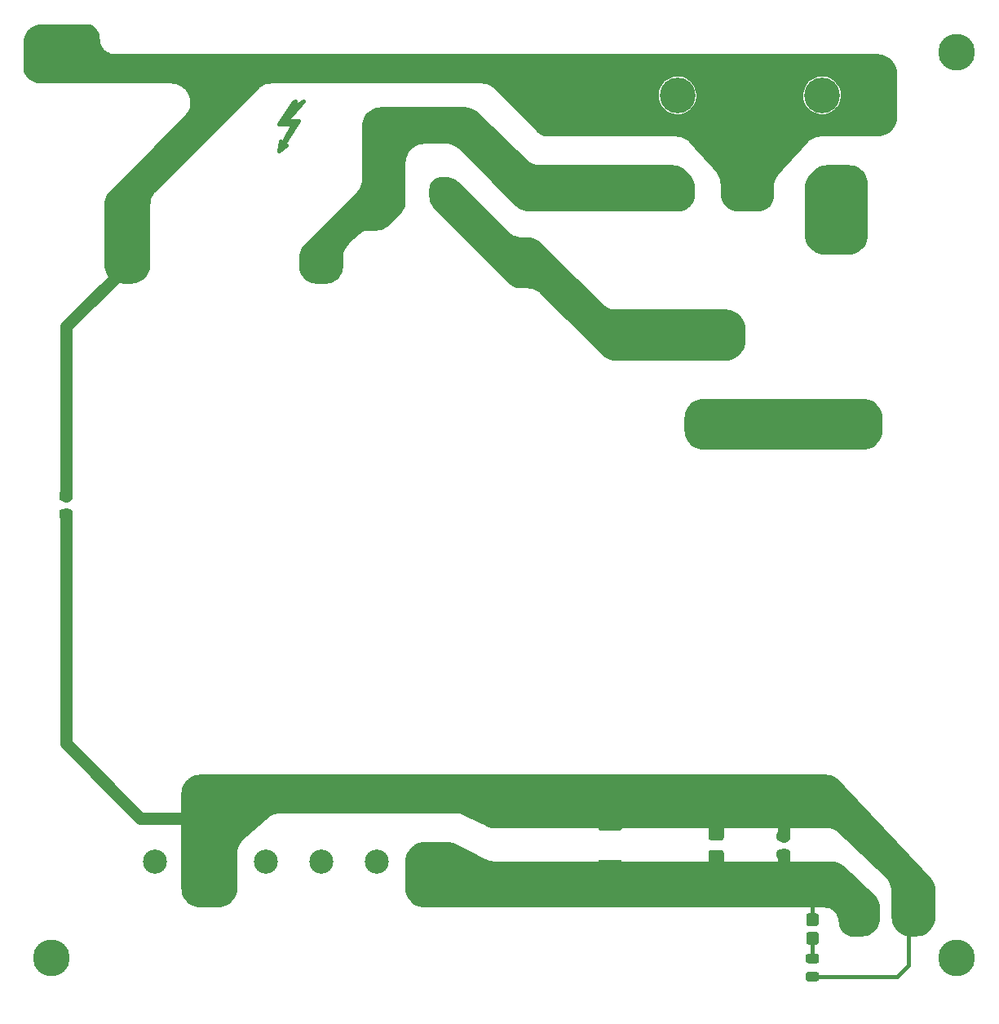
<source format=gbr>
%TF.GenerationSoftware,KiCad,Pcbnew,(5.99.0-2671-gfc0a358ba)*%
%TF.CreationDate,2020-09-06T03:18:24+05:30*%
%TF.ProjectId,Power_Supply,506f7765-725f-4537-9570-706c792e6b69,rev?*%
%TF.SameCoordinates,Original*%
%TF.FileFunction,Copper,L1,Top*%
%TF.FilePolarity,Positive*%
%FSLAX46Y46*%
G04 Gerber Fmt 4.6, Leading zero omitted, Abs format (unit mm)*
G04 Created by KiCad (PCBNEW (5.99.0-2671-gfc0a358ba)) date 2020-09-06 03:18:24*
%MOMM*%
%LPD*%
G01*
G04 APERTURE LIST*
%TA.AperFunction,EtchedComponent*%
%ADD10C,0.381000*%
%TD*%
%TA.AperFunction,ComponentPad*%
%ADD11C,3.800000*%
%TD*%
%TA.AperFunction,ComponentPad*%
%ADD12R,3.000000X3.000000*%
%TD*%
%TA.AperFunction,ComponentPad*%
%ADD13C,3.000000*%
%TD*%
%TA.AperFunction,WasherPad*%
%ADD14C,3.700000*%
%TD*%
%TA.AperFunction,ComponentPad*%
%ADD15C,3.500000*%
%TD*%
%TA.AperFunction,ComponentPad*%
%ADD16O,1.700000X3.900000*%
%TD*%
%TA.AperFunction,ComponentPad*%
%ADD17C,1.800000*%
%TD*%
%TA.AperFunction,ComponentPad*%
%ADD18O,6.000000X1.524000*%
%TD*%
%TA.AperFunction,ComponentPad*%
%ADD19C,2.500000*%
%TD*%
%TA.AperFunction,ViaPad*%
%ADD20C,0.700000*%
%TD*%
%TA.AperFunction,Conductor*%
%ADD21C,1.270000*%
%TD*%
%TA.AperFunction,Conductor*%
%ADD22C,0.381000*%
%TD*%
%TA.AperFunction,Conductor*%
%ADD23C,0.127000*%
%TD*%
G04 APERTURE END LIST*
D10*
%TO.C,REF\u002A\u002A*%
X38746000Y-24266000D02*
X38619000Y-25282000D01*
X40016000Y-22488000D02*
X38873000Y-24774000D01*
X38619000Y-25282000D02*
X39381000Y-24647000D01*
X38619000Y-22488000D02*
X40016000Y-22488000D01*
X40397000Y-20583000D02*
X40270000Y-20075000D01*
X39000000Y-22361000D02*
X40270000Y-22361000D01*
X39381000Y-24647000D02*
X38873000Y-24901000D01*
X40143000Y-20202000D02*
X38619000Y-22488000D01*
X38873000Y-24774000D02*
X38746000Y-24266000D01*
X40651000Y-22107000D02*
X39381000Y-22107000D01*
X40397000Y-20456000D02*
X39000000Y-22361000D01*
X39381000Y-22107000D02*
X41159000Y-20075000D01*
X38873000Y-24901000D02*
X40651000Y-22107000D01*
X41159000Y-20075000D02*
X40397000Y-20583000D01*
%TD*%
%TO.P,D1,1,K*%
%TO.N,Net-(D1-Pad1)*%
%TA.AperFunction,SMDPad,CuDef*%
G36*
G01*
X94400000Y-107625000D02*
X93600000Y-107625000D01*
G75*
G02*
X93350000Y-107375000I0J250000D01*
G01*
X93350000Y-106550000D01*
G75*
G02*
X93600000Y-106300000I250000J0D01*
G01*
X94400000Y-106300000D01*
G75*
G02*
X94650000Y-106550000I0J-250000D01*
G01*
X94650000Y-107375000D01*
G75*
G02*
X94400000Y-107625000I-250000J0D01*
G01*
G37*
%TD.AperFunction*%
%TO.P,D1,2,A*%
%TO.N,Net-(C1-Pad1)*%
%TA.AperFunction,SMDPad,CuDef*%
G36*
G01*
X94400000Y-105700000D02*
X93600000Y-105700000D01*
G75*
G02*
X93350000Y-105450000I0J250000D01*
G01*
X93350000Y-104625000D01*
G75*
G02*
X93600000Y-104375000I250000J0D01*
G01*
X94400000Y-104375000D01*
G75*
G02*
X94650000Y-104625000I0J-250000D01*
G01*
X94650000Y-105450000D01*
G75*
G02*
X94400000Y-105700000I-250000J0D01*
G01*
G37*
%TD.AperFunction*%
%TD*%
D11*
%TO.P,H1,1*%
%TO.N,N/C*%
X109000000Y-109000000D03*
%TD*%
D12*
%TO.P,J2,1,Pin_1*%
%TO.N,Net-(C1-Pad1)*%
X99000000Y-104000000D03*
D13*
%TO.P,J2,2,Pin_2*%
%TO.N,GND*%
X104000000Y-104000000D03*
%TD*%
D14*
%TO.P,J1,*%
%TO.N,*%
X95000000Y-19500000D03*
X80000000Y-19500000D03*
D15*
%TO.P,J1,1,Pin_1*%
%TO.N,Net-(J1-Pad1)*%
X96500000Y-29000000D03*
%TO.P,J1,2,Pin_2*%
%TO.N,Net-(J1-Pad2)*%
X78500000Y-29000000D03*
%TO.P,J1,3,Pin_3*%
%TO.N,Earth*%
X87500000Y-29000000D03*
D16*
X101150000Y-20500000D03*
X73850000Y-20500000D03*
%TD*%
D17*
%TO.P,RV1,1*%
%TO.N,Net-(F1-Pad2)*%
X57000000Y-30750000D03*
%TO.P,RV1,2*%
%TO.N,Net-(J1-Pad2)*%
X49500000Y-29350000D03*
%TD*%
D11*
%TO.P,H3,1*%
%TO.N,N/C*%
X109000000Y-15000000D03*
%TD*%
%TO.P,C1,1*%
%TO.N,Net-(C1-Pad1)*%
%TA.AperFunction,SMDPad,CuDef*%
G36*
G01*
X74000000Y-103200000D02*
X72000000Y-103200000D01*
G75*
G02*
X71750000Y-102950000I0J250000D01*
G01*
X71750000Y-99050000D01*
G75*
G02*
X72000000Y-98800000I250000J0D01*
G01*
X74000000Y-98800000D01*
G75*
G02*
X74250000Y-99050000I0J-250000D01*
G01*
X74250000Y-102950000D01*
G75*
G02*
X74000000Y-103200000I-250000J0D01*
G01*
G37*
%TD.AperFunction*%
%TO.P,C1,2*%
%TO.N,GND*%
%TA.AperFunction,SMDPad,CuDef*%
G36*
G01*
X74000000Y-95800000D02*
X72000000Y-95800000D01*
G75*
G02*
X71750000Y-95550000I0J250000D01*
G01*
X71750000Y-91650000D01*
G75*
G02*
X72000000Y-91400000I250000J0D01*
G01*
X74000000Y-91400000D01*
G75*
G02*
X74250000Y-91650000I0J-250000D01*
G01*
X74250000Y-95550000D01*
G75*
G02*
X74000000Y-95800000I-250000J0D01*
G01*
G37*
%TD.AperFunction*%
%TD*%
D18*
%TO.P,SW1,1,1*%
%TO.N,Net-(J1-Pad1)*%
X96500000Y-34000000D03*
%TO.P,SW1,2,2*%
%TO.N,Net-(F1-Pad1)*%
X96500000Y-54000000D03*
%TD*%
%TO.P,C3,1*%
%TO.N,Net-(C1-Pad1)*%
%TA.AperFunction,SMDPad,CuDef*%
G36*
G01*
X91456250Y-98725000D02*
X90543750Y-98725000D01*
G75*
G02*
X90300000Y-98481250I0J243750D01*
G01*
X90300000Y-97993750D01*
G75*
G02*
X90543750Y-97750000I243750J0D01*
G01*
X91456250Y-97750000D01*
G75*
G02*
X91700000Y-97993750I0J-243750D01*
G01*
X91700000Y-98481250D01*
G75*
G02*
X91456250Y-98725000I-243750J0D01*
G01*
G37*
%TD.AperFunction*%
%TO.P,C3,2*%
%TO.N,GND*%
%TA.AperFunction,SMDPad,CuDef*%
G36*
G01*
X91456250Y-96850000D02*
X90543750Y-96850000D01*
G75*
G02*
X90300000Y-96606250I0J243750D01*
G01*
X90300000Y-96118750D01*
G75*
G02*
X90543750Y-95875000I243750J0D01*
G01*
X91456250Y-95875000D01*
G75*
G02*
X91700000Y-96118750I0J-243750D01*
G01*
X91700000Y-96606250D01*
G75*
G02*
X91456250Y-96850000I-243750J0D01*
G01*
G37*
%TD.AperFunction*%
%TD*%
%TO.P,R1,1*%
%TO.N,GND*%
%TA.AperFunction,SMDPad,CuDef*%
G36*
G01*
X16956250Y-63425000D02*
X16043750Y-63425000D01*
G75*
G02*
X15800000Y-63181250I0J243750D01*
G01*
X15800000Y-62693750D01*
G75*
G02*
X16043750Y-62450000I243750J0D01*
G01*
X16956250Y-62450000D01*
G75*
G02*
X17200000Y-62693750I0J-243750D01*
G01*
X17200000Y-63181250D01*
G75*
G02*
X16956250Y-63425000I-243750J0D01*
G01*
G37*
%TD.AperFunction*%
%TO.P,R1,2*%
%TO.N,Earth*%
%TA.AperFunction,SMDPad,CuDef*%
G36*
G01*
X16956250Y-61550000D02*
X16043750Y-61550000D01*
G75*
G02*
X15800000Y-61306250I0J243750D01*
G01*
X15800000Y-60818750D01*
G75*
G02*
X16043750Y-60575000I243750J0D01*
G01*
X16956250Y-60575000D01*
G75*
G02*
X17200000Y-60818750I0J-243750D01*
G01*
X17200000Y-61306250D01*
G75*
G02*
X16956250Y-61550000I-243750J0D01*
G01*
G37*
%TD.AperFunction*%
%TD*%
D19*
%TO.P,U1,1,L*%
%TO.N,Net-(F1-Pad2)*%
X63000000Y-37000000D03*
%TO.P,U1,2,N*%
%TO.N,Net-(J1-Pad2)*%
X43000000Y-37000000D03*
%TO.P,U1,3,FG*%
%TO.N,Earth*%
X23000000Y-37000000D03*
%TO.P,U1,4,NP*%
%TO.N,N/C*%
X25750000Y-99000000D03*
%TO.P,U1,5,Vo-*%
%TO.N,GND*%
X31500000Y-99000000D03*
%TO.P,U1,6,NP*%
%TO.N,N/C*%
X37250000Y-99000000D03*
%TO.P,U1,7,NP*%
X43000000Y-99000000D03*
%TO.P,U1,8,NP*%
X48750000Y-99000000D03*
%TO.P,U1,9,Vo+*%
%TO.N,Net-(C1-Pad1)*%
X54500000Y-99000000D03*
%TD*%
%TO.P,F1,1*%
%TO.N,Net-(F1-Pad1)*%
%TA.AperFunction,SMDPad,CuDef*%
G36*
G01*
X82202500Y-52050000D02*
X85297500Y-52050000D01*
G75*
G02*
X85460000Y-52212500I0J-162500D01*
G01*
X85460000Y-55137500D01*
G75*
G02*
X85297500Y-55300000I-162500J0D01*
G01*
X82202500Y-55300000D01*
G75*
G02*
X82040000Y-55137500I0J162500D01*
G01*
X82040000Y-52212500D01*
G75*
G02*
X82202500Y-52050000I162500J0D01*
G01*
G37*
%TD.AperFunction*%
%TO.P,F1,2*%
%TO.N,Net-(F1-Pad2)*%
%TA.AperFunction,SMDPad,CuDef*%
G36*
G01*
X82202500Y-42700000D02*
X85297500Y-42700000D01*
G75*
G02*
X85460000Y-42862500I0J-162500D01*
G01*
X85460000Y-45787500D01*
G75*
G02*
X85297500Y-45950000I-162500J0D01*
G01*
X82202500Y-45950000D01*
G75*
G02*
X82040000Y-45787500I0J162500D01*
G01*
X82040000Y-42862500D01*
G75*
G02*
X82202500Y-42700000I162500J0D01*
G01*
G37*
%TD.AperFunction*%
%TD*%
D11*
%TO.P,H4,1*%
%TO.N,N/C*%
X15000000Y-109000000D03*
%TD*%
%TO.P,R2,1*%
%TO.N,Net-(D1-Pad1)*%
%TA.AperFunction,SMDPad,CuDef*%
G36*
G01*
X93543750Y-108575000D02*
X94456250Y-108575000D01*
G75*
G02*
X94700000Y-108818750I0J-243750D01*
G01*
X94700000Y-109306250D01*
G75*
G02*
X94456250Y-109550000I-243750J0D01*
G01*
X93543750Y-109550000D01*
G75*
G02*
X93300000Y-109306250I0J243750D01*
G01*
X93300000Y-108818750D01*
G75*
G02*
X93543750Y-108575000I243750J0D01*
G01*
G37*
%TD.AperFunction*%
%TO.P,R2,2*%
%TO.N,GND*%
%TA.AperFunction,SMDPad,CuDef*%
G36*
G01*
X93543750Y-110450000D02*
X94456250Y-110450000D01*
G75*
G02*
X94700000Y-110693750I0J-243750D01*
G01*
X94700000Y-111181250D01*
G75*
G02*
X94456250Y-111425000I-243750J0D01*
G01*
X93543750Y-111425000D01*
G75*
G02*
X93300000Y-111181250I0J243750D01*
G01*
X93300000Y-110693750D01*
G75*
G02*
X93543750Y-110450000I243750J0D01*
G01*
G37*
%TD.AperFunction*%
%TD*%
%TO.P,H2,1,1*%
%TO.N,Earth*%
X15000000Y-15000000D03*
%TD*%
%TO.P,C2,1*%
%TO.N,Net-(C1-Pad1)*%
%TA.AperFunction,SMDPad,CuDef*%
G36*
G01*
X84550000Y-100400000D02*
X83450000Y-100400000D01*
G75*
G02*
X83200000Y-100150000I0J250000D01*
G01*
X83200000Y-98050000D01*
G75*
G02*
X83450000Y-97800000I250000J0D01*
G01*
X84550000Y-97800000D01*
G75*
G02*
X84800000Y-98050000I0J-250000D01*
G01*
X84800000Y-100150000D01*
G75*
G02*
X84550000Y-100400000I-250000J0D01*
G01*
G37*
%TD.AperFunction*%
%TO.P,C2,2*%
%TO.N,GND*%
%TA.AperFunction,SMDPad,CuDef*%
G36*
G01*
X84550000Y-96800000D02*
X83450000Y-96800000D01*
G75*
G02*
X83200000Y-96550000I0J250000D01*
G01*
X83200000Y-94450000D01*
G75*
G02*
X83450000Y-94200000I250000J0D01*
G01*
X84550000Y-94200000D01*
G75*
G02*
X84800000Y-94450000I0J-250000D01*
G01*
X84800000Y-96550000D01*
G75*
G02*
X84550000Y-96800000I-250000J0D01*
G01*
G37*
%TD.AperFunction*%
%TD*%
D20*
%TO.N,Net-(C1-Pad1)*%
X67500000Y-99500000D03*
X69000000Y-101000000D03*
X89000000Y-102500000D03*
X83000000Y-101000000D03*
X92000000Y-99500000D03*
X63000000Y-101000000D03*
X66000000Y-102500000D03*
X58500000Y-99500000D03*
X69000000Y-102500000D03*
X87500000Y-101000000D03*
X70500000Y-101000000D03*
X78500000Y-102500000D03*
X93500000Y-101000000D03*
X98000000Y-100500000D03*
X78500000Y-101000000D03*
X75500000Y-102500000D03*
X80000000Y-101000000D03*
X61500000Y-99500000D03*
X67500000Y-102500000D03*
X60000000Y-102500000D03*
X81500000Y-102500000D03*
X93500000Y-102500000D03*
X57000000Y-99500000D03*
X95000000Y-102500000D03*
X70500000Y-99500000D03*
X86000000Y-99500000D03*
X69000000Y-99500000D03*
X86000000Y-101000000D03*
X64500000Y-99500000D03*
X96500000Y-99500000D03*
X89000000Y-99500000D03*
X92000000Y-101000000D03*
X86000000Y-102500000D03*
X64500000Y-101000000D03*
X57000000Y-102500000D03*
X63000000Y-102500000D03*
X84500000Y-101000000D03*
X90500000Y-102500000D03*
X95000000Y-99500000D03*
X81500000Y-99500000D03*
X67500000Y-101000000D03*
X89000000Y-101000000D03*
X54000000Y-102500000D03*
X96500000Y-101000000D03*
X83000000Y-102500000D03*
X60000000Y-99500000D03*
X75500000Y-101000000D03*
X80000000Y-99500000D03*
X63000000Y-99500000D03*
X54000000Y-101000000D03*
X80000000Y-102500000D03*
X84500000Y-102500000D03*
X78500000Y-99500000D03*
X55500000Y-101000000D03*
X75500000Y-99500000D03*
X61500000Y-102500000D03*
X81500000Y-101000000D03*
X55500000Y-102500000D03*
X58500000Y-101000000D03*
X77000000Y-101000000D03*
X87500000Y-102500000D03*
X66000000Y-101000000D03*
X60000000Y-101000000D03*
X93500000Y-99500000D03*
X92000000Y-102500000D03*
X77000000Y-102500000D03*
X87500000Y-99500000D03*
X64500000Y-102500000D03*
X95000000Y-101000000D03*
X98000000Y-102000000D03*
X90500000Y-101000000D03*
X96500000Y-102500000D03*
X58500000Y-102500000D03*
X61500000Y-101000000D03*
X77000000Y-99500000D03*
X66000000Y-99500000D03*
X57000000Y-101000000D03*
%TO.N,GND*%
X104000000Y-100500000D03*
X77000000Y-95000000D03*
X55500000Y-90500000D03*
X63000000Y-92000000D03*
X52500000Y-90500000D03*
X102500000Y-97500000D03*
X102500000Y-99000000D03*
X66000000Y-93500000D03*
X40500000Y-90500000D03*
X55500000Y-92000000D03*
X31500000Y-95000000D03*
X78500000Y-93500000D03*
X63000000Y-93500000D03*
X54000000Y-92000000D03*
X36000000Y-95000000D03*
X31500000Y-92000000D03*
X40500000Y-93500000D03*
X84500000Y-93500000D03*
X42000000Y-90500000D03*
X80000000Y-93500000D03*
X93500000Y-92000000D03*
X86000000Y-95000000D03*
X52500000Y-93500000D03*
X61500000Y-93500000D03*
X31500000Y-90500000D03*
X40500000Y-92000000D03*
X93500000Y-90500000D03*
X39000000Y-90500000D03*
X81500000Y-90500000D03*
X83000000Y-90500000D03*
X90500000Y-90500000D03*
X54000000Y-93500000D03*
X34500000Y-93500000D03*
X99500000Y-96000000D03*
X45000000Y-90500000D03*
X60000000Y-90500000D03*
X34500000Y-96500000D03*
X51000000Y-90500000D03*
X78500000Y-90500000D03*
X95000000Y-90500000D03*
X83000000Y-93500000D03*
X34500000Y-92000000D03*
X57000000Y-93500000D03*
X60000000Y-93500000D03*
X37500000Y-90500000D03*
X87500000Y-90500000D03*
X80000000Y-90500000D03*
X75500000Y-90500000D03*
X30000000Y-90500000D03*
X58500000Y-92000000D03*
X49500000Y-93500000D03*
X30000000Y-102500000D03*
X31500000Y-96500000D03*
X39000000Y-92000000D03*
X45000000Y-93500000D03*
X30000000Y-92000000D03*
X36000000Y-92000000D03*
X86000000Y-90500000D03*
X104000000Y-99000000D03*
X57000000Y-92000000D03*
X61500000Y-90500000D03*
X96500000Y-92000000D03*
X67500000Y-90500000D03*
X75500000Y-92000000D03*
X92000000Y-92000000D03*
X64500000Y-90500000D03*
X30000000Y-96500000D03*
X54000000Y-90500000D03*
X77000000Y-92000000D03*
X66000000Y-90500000D03*
X99500000Y-94500000D03*
X89000000Y-95000000D03*
X77000000Y-90500000D03*
X33000000Y-101000000D03*
X92000000Y-93500000D03*
X95000000Y-93500000D03*
X98000000Y-96000000D03*
X63000000Y-90500000D03*
X45000000Y-92000000D03*
X99500000Y-97500000D03*
X69000000Y-90500000D03*
X49500000Y-90500000D03*
X58500000Y-90500000D03*
X84500000Y-90500000D03*
X55500000Y-93500000D03*
X83000000Y-92000000D03*
X48000000Y-92000000D03*
X33000000Y-96500000D03*
X60000000Y-92000000D03*
X69000000Y-93500000D03*
X42000000Y-92000000D03*
X86000000Y-92000000D03*
X33000000Y-93500000D03*
X87500000Y-92000000D03*
X74000000Y-90500000D03*
X31500000Y-93500000D03*
X64500000Y-93500000D03*
X58500000Y-93500000D03*
X67500000Y-92000000D03*
X105500000Y-102000000D03*
X70500000Y-92000000D03*
X89000000Y-93500000D03*
X90500000Y-92000000D03*
X30000000Y-99500000D03*
X61500000Y-95000000D03*
X78500000Y-95000000D03*
X46500000Y-90500000D03*
X51000000Y-92000000D03*
X70500000Y-90500000D03*
X96500000Y-95000000D03*
X30000000Y-98000000D03*
X66000000Y-92000000D03*
X75500000Y-95000000D03*
X31500000Y-101000000D03*
X52500000Y-92000000D03*
X102500000Y-100500000D03*
X34500000Y-95000000D03*
X33000000Y-92000000D03*
X87500000Y-93500000D03*
X51000000Y-93500000D03*
X86000000Y-93500000D03*
X95000000Y-95000000D03*
X87500000Y-95000000D03*
X98000000Y-93000000D03*
X36000000Y-90500000D03*
X36000000Y-93500000D03*
X64500000Y-92000000D03*
X33000000Y-99500000D03*
X81500000Y-95000000D03*
X67500000Y-93500000D03*
X81500000Y-93500000D03*
X30000000Y-95000000D03*
X77000000Y-93500000D03*
X93500000Y-95000000D03*
X49500000Y-92000000D03*
X67500000Y-95000000D03*
X105500000Y-100500000D03*
X101000000Y-97500000D03*
X69000000Y-95000000D03*
X72000000Y-90500000D03*
X64500000Y-95000000D03*
X104000000Y-102000000D03*
X48000000Y-93500000D03*
X42000000Y-93500000D03*
X31500000Y-102500000D03*
X34500000Y-90500000D03*
X33000000Y-90500000D03*
X37500000Y-93500000D03*
X98000000Y-94500000D03*
X69000000Y-92000000D03*
X48000000Y-90500000D03*
X89000000Y-90500000D03*
X92000000Y-95000000D03*
X57000000Y-90500000D03*
X81500000Y-92000000D03*
X95000000Y-92000000D03*
X70500000Y-95000000D03*
X70500000Y-93500000D03*
X43500000Y-93500000D03*
X89000000Y-92000000D03*
X30000000Y-93500000D03*
X93500000Y-93500000D03*
X101000000Y-99000000D03*
X80000000Y-92000000D03*
X46500000Y-92000000D03*
X33000000Y-95000000D03*
X46500000Y-93500000D03*
X39000000Y-93500000D03*
X78500000Y-92000000D03*
X63000000Y-95000000D03*
X66000000Y-95000000D03*
X96500000Y-93500000D03*
X37500000Y-92000000D03*
X43500000Y-92000000D03*
X84500000Y-92000000D03*
X30000000Y-101000000D03*
X92000000Y-90500000D03*
X75500000Y-93500000D03*
X43500000Y-90500000D03*
X33000000Y-98000000D03*
X61500000Y-92000000D03*
X80000000Y-95000000D03*
X90500000Y-93500000D03*
X33000000Y-102500000D03*
X101000000Y-96000000D03*
%TD*%
D21*
%TO.N,Net-(C1-Pad1)*%
X91000000Y-98237500D02*
X91000000Y-99700000D01*
D22*
X94000000Y-103000000D02*
X93500000Y-102500000D01*
X94000000Y-105037500D02*
X94000000Y-103000000D01*
%TO.N,GND*%
X104000000Y-109740000D02*
X104000000Y-104000000D01*
X94000000Y-110937500D02*
X102802500Y-110937500D01*
X102802500Y-110937500D02*
X104000000Y-109740000D01*
D21*
X16500000Y-86750000D02*
X24250000Y-94500000D01*
X24250000Y-94500000D02*
X30500000Y-94500000D01*
X16500000Y-62937500D02*
X16500000Y-86750000D01*
X91000000Y-96362500D02*
X91000000Y-95000000D01*
%TO.N,Earth*%
X16500000Y-61062500D02*
X16500000Y-43500000D01*
X16500000Y-43500000D02*
X23000000Y-37000000D01*
D22*
%TO.N,Net-(D1-Pad1)*%
X94000000Y-106962500D02*
X94000000Y-109062500D01*
%TD*%
%TO.N,Earth*%
D23*
X19084272Y-12232973D02*
X19293304Y-12361069D01*
X19479719Y-12520281D01*
X19638931Y-12706696D01*
X19767027Y-12915728D01*
X19860842Y-13142219D01*
X19918073Y-13380602D01*
X19957891Y-13886558D01*
X19958660Y-13891409D01*
X20019333Y-14144131D01*
X20020851Y-14148802D01*
X20120311Y-14388921D01*
X20122541Y-14393297D01*
X20258340Y-14614901D01*
X20261227Y-14618874D01*
X20430020Y-14816507D01*
X20433493Y-14819980D01*
X20631126Y-14988773D01*
X20635099Y-14991660D01*
X20856703Y-15127459D01*
X20861079Y-15129689D01*
X21101198Y-15229149D01*
X21105869Y-15230667D01*
X21358591Y-15291340D01*
X21363442Y-15292109D01*
X21621320Y-15312404D01*
X21623773Y-15312500D01*
X100747764Y-15312500D01*
X101025713Y-15332379D01*
X101295814Y-15391136D01*
X101554799Y-15487733D01*
X101797404Y-15620205D01*
X102018690Y-15785858D01*
X102214142Y-15981310D01*
X102379795Y-16202596D01*
X102512267Y-16445201D01*
X102608864Y-16704186D01*
X102667621Y-16974287D01*
X102687500Y-17252236D01*
X102687500Y-21747764D01*
X102667621Y-22025713D01*
X102608864Y-22295814D01*
X102512267Y-22554799D01*
X102379795Y-22797404D01*
X102214142Y-23018690D01*
X102018690Y-23214142D01*
X101797404Y-23379795D01*
X101554799Y-23512267D01*
X101295814Y-23608864D01*
X101025713Y-23667621D01*
X100747764Y-23687500D01*
X94897033Y-23687500D01*
X94894835Y-23687577D01*
X94611088Y-23707571D01*
X94606733Y-23708188D01*
X94327517Y-23768003D01*
X94323292Y-23769225D01*
X94055223Y-23867604D01*
X94051210Y-23869406D01*
X93799585Y-24004403D01*
X93795865Y-24006750D01*
X93565657Y-24175699D01*
X93562303Y-24178545D01*
X93358848Y-24377337D01*
X93357330Y-24378928D01*
X90457714Y-27640997D01*
X90456267Y-27642748D01*
X90277530Y-27875935D01*
X90275035Y-27879732D01*
X90131397Y-28137338D01*
X90129478Y-28141456D01*
X90024661Y-28417147D01*
X90023358Y-28421500D01*
X89959571Y-28709465D01*
X89958913Y-28713961D01*
X89937582Y-29006994D01*
X89937500Y-29009264D01*
X89937500Y-29872548D01*
X89918073Y-30119398D01*
X89860842Y-30357781D01*
X89767027Y-30584272D01*
X89638931Y-30793304D01*
X89479719Y-30979719D01*
X89293304Y-31138931D01*
X89084272Y-31267027D01*
X88857781Y-31360842D01*
X88619398Y-31418073D01*
X88372548Y-31437500D01*
X86252452Y-31437500D01*
X85986048Y-31416534D01*
X85728593Y-31354724D01*
X85483980Y-31253402D01*
X85258223Y-31115058D01*
X85056893Y-30943107D01*
X84884942Y-30741777D01*
X84746598Y-30516020D01*
X84645276Y-30271407D01*
X84583466Y-30013952D01*
X84562500Y-29747548D01*
X84562500Y-28755079D01*
X84562418Y-28752821D01*
X84541301Y-28461255D01*
X84540650Y-28456781D01*
X84477498Y-28170197D01*
X84476209Y-28165864D01*
X84372422Y-27891370D01*
X84370522Y-27887268D01*
X84228265Y-27630593D01*
X84225794Y-27626807D01*
X84048721Y-27394209D01*
X84047288Y-27392462D01*
X81393272Y-24384578D01*
X81391754Y-24382975D01*
X81188089Y-24182636D01*
X81184729Y-24179768D01*
X80953991Y-24009452D01*
X80950260Y-24007086D01*
X80697836Y-23870964D01*
X80693810Y-23869147D01*
X80424730Y-23769931D01*
X80420488Y-23768699D01*
X80140118Y-23708367D01*
X80135744Y-23707745D01*
X79850774Y-23687578D01*
X79848567Y-23687500D01*
X66718997Y-23687500D01*
X66460373Y-23670300D01*
X66208329Y-23619412D01*
X65965256Y-23535599D01*
X65735415Y-23420332D01*
X65522869Y-23275647D01*
X65329796Y-23102695D01*
X61885268Y-19578061D01*
X77956939Y-19578061D01*
X77957113Y-19582477D01*
X77988321Y-19865152D01*
X77989115Y-19869500D01*
X78059840Y-20144957D01*
X78061239Y-20149149D01*
X78170071Y-20411893D01*
X78172047Y-20415847D01*
X78316813Y-20660635D01*
X78319326Y-20664271D01*
X78497141Y-20886219D01*
X78500141Y-20889465D01*
X78707454Y-21084144D01*
X78710881Y-21086935D01*
X78943557Y-21250462D01*
X78947344Y-21252742D01*
X79200739Y-21381853D01*
X79204808Y-21383577D01*
X79473868Y-21475696D01*
X79478140Y-21476829D01*
X79757494Y-21530118D01*
X79761883Y-21530638D01*
X80045960Y-21544035D01*
X80050379Y-21543931D01*
X80333509Y-21517167D01*
X80337869Y-21516441D01*
X80614402Y-21450051D01*
X80618616Y-21448719D01*
X80883037Y-21344027D01*
X80887022Y-21342113D01*
X81134054Y-21201209D01*
X81137729Y-21198753D01*
X81362443Y-21024447D01*
X81365735Y-21021499D01*
X81563647Y-20817270D01*
X81566491Y-20813886D01*
X81733652Y-20583808D01*
X81735991Y-20580058D01*
X81869066Y-20328722D01*
X81870853Y-20324679D01*
X81967188Y-20057101D01*
X81968387Y-20052847D01*
X82026158Y-19773882D01*
X82026793Y-19768516D01*
X82032778Y-19578061D01*
X92956939Y-19578061D01*
X92957113Y-19582477D01*
X92988321Y-19865152D01*
X92989115Y-19869500D01*
X93059840Y-20144957D01*
X93061239Y-20149149D01*
X93170071Y-20411893D01*
X93172047Y-20415847D01*
X93316813Y-20660635D01*
X93319326Y-20664271D01*
X93497141Y-20886219D01*
X93500141Y-20889465D01*
X93707454Y-21084144D01*
X93710881Y-21086935D01*
X93943557Y-21250462D01*
X93947344Y-21252742D01*
X94200739Y-21381853D01*
X94204808Y-21383577D01*
X94473868Y-21475696D01*
X94478140Y-21476829D01*
X94757494Y-21530118D01*
X94761883Y-21530638D01*
X95045960Y-21544035D01*
X95050379Y-21543931D01*
X95333509Y-21517167D01*
X95337869Y-21516441D01*
X95614402Y-21450051D01*
X95618616Y-21448719D01*
X95883037Y-21344027D01*
X95887022Y-21342113D01*
X96134054Y-21201209D01*
X96137729Y-21198753D01*
X96362443Y-21024447D01*
X96365735Y-21021499D01*
X96563647Y-20817270D01*
X96566491Y-20813886D01*
X96733652Y-20583808D01*
X96735991Y-20580058D01*
X96869066Y-20328722D01*
X96870853Y-20324679D01*
X96967188Y-20057101D01*
X96968387Y-20052847D01*
X97026158Y-19773882D01*
X97026793Y-19768516D01*
X97039654Y-19359277D01*
X97039357Y-19353882D01*
X96999217Y-19071840D01*
X96998287Y-19067519D01*
X96918944Y-18794420D01*
X96917414Y-18790273D01*
X96800382Y-18531077D01*
X96798284Y-18527188D01*
X96645899Y-18287067D01*
X96643274Y-18283512D01*
X96458575Y-18067259D01*
X96455475Y-18064109D01*
X96242149Y-17876038D01*
X96238636Y-17873356D01*
X96000939Y-17717218D01*
X95997083Y-17715058D01*
X95739757Y-17593970D01*
X95735635Y-17592376D01*
X95463814Y-17508753D01*
X95459509Y-17507755D01*
X95178619Y-17463266D01*
X95174215Y-17462884D01*
X94889858Y-17458418D01*
X94885445Y-17458661D01*
X94603295Y-17494305D01*
X94598960Y-17495167D01*
X94324648Y-17570210D01*
X94320478Y-17571675D01*
X94059476Y-17684620D01*
X94055554Y-17686657D01*
X93813070Y-17835252D01*
X93809474Y-17837821D01*
X93590346Y-18019101D01*
X93587148Y-18022151D01*
X93395749Y-18232496D01*
X93393013Y-18235967D01*
X93233160Y-18471183D01*
X93230940Y-18475004D01*
X93105825Y-18730396D01*
X93104166Y-18734493D01*
X93016284Y-19004965D01*
X93015219Y-19009254D01*
X92966323Y-19289412D01*
X92965872Y-19293809D01*
X92956939Y-19578061D01*
X82032778Y-19578061D01*
X82039654Y-19359277D01*
X82039357Y-19353882D01*
X81999217Y-19071840D01*
X81998287Y-19067519D01*
X81918944Y-18794420D01*
X81917414Y-18790273D01*
X81800382Y-18531077D01*
X81798284Y-18527188D01*
X81645899Y-18287067D01*
X81643274Y-18283512D01*
X81458575Y-18067259D01*
X81455475Y-18064109D01*
X81242149Y-17876038D01*
X81238636Y-17873356D01*
X81000939Y-17717218D01*
X80997083Y-17715058D01*
X80739757Y-17593970D01*
X80735635Y-17592376D01*
X80463814Y-17508753D01*
X80459509Y-17507755D01*
X80178619Y-17463266D01*
X80174215Y-17462884D01*
X79889858Y-17458418D01*
X79885445Y-17458661D01*
X79603295Y-17494305D01*
X79598960Y-17495167D01*
X79324648Y-17570210D01*
X79320478Y-17571675D01*
X79059476Y-17684620D01*
X79055554Y-17686657D01*
X78813070Y-17835252D01*
X78809474Y-17837821D01*
X78590346Y-18019101D01*
X78587148Y-18022151D01*
X78395749Y-18232496D01*
X78393013Y-18235967D01*
X78233160Y-18471183D01*
X78230940Y-18475004D01*
X78105825Y-18730396D01*
X78104166Y-18734493D01*
X78016284Y-19004965D01*
X78015219Y-19009254D01*
X77966323Y-19289412D01*
X77965872Y-19293809D01*
X77956939Y-19578061D01*
X61885268Y-19578061D01*
X61132423Y-18807709D01*
X61130924Y-18806273D01*
X60930895Y-18627090D01*
X60927625Y-18624531D01*
X60704771Y-18472828D01*
X60701191Y-18470725D01*
X60460210Y-18349871D01*
X60456384Y-18348260D01*
X60201522Y-18260383D01*
X60197515Y-18259293D01*
X59933259Y-18205939D01*
X59929144Y-18205390D01*
X59661187Y-18187569D01*
X59659113Y-18187500D01*
X37827404Y-18187500D01*
X37825360Y-18187567D01*
X37561246Y-18204878D01*
X37557189Y-18205412D01*
X37296589Y-18257248D01*
X37292636Y-18258307D01*
X37041033Y-18343716D01*
X37037252Y-18345282D01*
X36798949Y-18462799D01*
X36795405Y-18464845D01*
X36574480Y-18612463D01*
X36571233Y-18614954D01*
X36372236Y-18789470D01*
X36370743Y-18790869D01*
X25790869Y-29370743D01*
X25789470Y-29372236D01*
X25614954Y-29571233D01*
X25612463Y-29574480D01*
X25464845Y-29795405D01*
X25462799Y-29798949D01*
X25345282Y-30037252D01*
X25343716Y-30041033D01*
X25258307Y-30292636D01*
X25257248Y-30296589D01*
X25205412Y-30557189D01*
X25204878Y-30561246D01*
X25187567Y-30825360D01*
X25187500Y-30827404D01*
X25187500Y-36997764D01*
X25167621Y-37275713D01*
X25108864Y-37545814D01*
X25012267Y-37804799D01*
X24879795Y-38047404D01*
X24714142Y-38268690D01*
X24518690Y-38464142D01*
X24297404Y-38629795D01*
X24054799Y-38762267D01*
X23795814Y-38858864D01*
X23525713Y-38917621D01*
X23247764Y-38937500D01*
X22502236Y-38937500D01*
X22224287Y-38917621D01*
X21954186Y-38858864D01*
X21695201Y-38762267D01*
X21452596Y-38629795D01*
X21231310Y-38464142D01*
X21035858Y-38268690D01*
X20870205Y-38047404D01*
X20737733Y-37804799D01*
X20641136Y-37545814D01*
X20582379Y-37275713D01*
X20562500Y-36997764D01*
X20562500Y-30830471D01*
X20579208Y-30575551D01*
X20628648Y-30327000D01*
X20710106Y-30087033D01*
X20822193Y-29859742D01*
X20962984Y-29649033D01*
X21131429Y-29456959D01*
X28880746Y-21707642D01*
X28882223Y-21706059D01*
X29066177Y-21494663D01*
X29068789Y-21491205D01*
X29222365Y-21255515D01*
X29224474Y-21251729D01*
X29344014Y-20997081D01*
X29345579Y-20993040D01*
X29428793Y-20724319D01*
X29429785Y-20720101D01*
X29475074Y-20442461D01*
X29475474Y-20438147D01*
X29481972Y-20156911D01*
X29481772Y-20152582D01*
X29449353Y-19873146D01*
X29448557Y-19868887D01*
X29377843Y-19596609D01*
X29376466Y-19592501D01*
X29268812Y-19332604D01*
X29266881Y-19328725D01*
X29124355Y-19086193D01*
X29121906Y-19082619D01*
X28947239Y-18862104D01*
X28944319Y-18858902D01*
X28740861Y-18664633D01*
X28737527Y-18661865D01*
X28509181Y-18497568D01*
X28505497Y-18495287D01*
X28256642Y-18364113D01*
X28252678Y-18362362D01*
X27988087Y-18266828D01*
X27983919Y-18265642D01*
X27708667Y-18207578D01*
X27704375Y-18206979D01*
X27424820Y-18187575D01*
X27422656Y-18187500D01*
X14002236Y-18187500D01*
X13724287Y-18167621D01*
X13454186Y-18108864D01*
X13195201Y-18012267D01*
X12952596Y-17879795D01*
X12731310Y-17714142D01*
X12535858Y-17518690D01*
X12370205Y-17297404D01*
X12237731Y-17054797D01*
X12189500Y-16925483D01*
X12189500Y-14039156D01*
X12193576Y-14020463D01*
X12194216Y-14016007D01*
X12213353Y-13745726D01*
X12267007Y-13496516D01*
X12355236Y-13257361D01*
X12476282Y-13033020D01*
X12627734Y-12827973D01*
X12806563Y-12646312D01*
X13009207Y-12491659D01*
X13231614Y-12367106D01*
X13469357Y-12275130D01*
X13717697Y-12217567D01*
X13977769Y-12195043D01*
X14005998Y-12194821D01*
X14014830Y-12193481D01*
X14028015Y-12189500D01*
X18979318Y-12189500D01*
X19084272Y-12232973D01*
%TA.AperFunction,Conductor*%
G36*
X19084272Y-12232973D02*
G01*
X19293304Y-12361069D01*
X19479719Y-12520281D01*
X19638931Y-12706696D01*
X19767027Y-12915728D01*
X19860842Y-13142219D01*
X19918073Y-13380602D01*
X19957891Y-13886558D01*
X19958660Y-13891409D01*
X20019333Y-14144131D01*
X20020851Y-14148802D01*
X20120311Y-14388921D01*
X20122541Y-14393297D01*
X20258340Y-14614901D01*
X20261227Y-14618874D01*
X20430020Y-14816507D01*
X20433493Y-14819980D01*
X20631126Y-14988773D01*
X20635099Y-14991660D01*
X20856703Y-15127459D01*
X20861079Y-15129689D01*
X21101198Y-15229149D01*
X21105869Y-15230667D01*
X21358591Y-15291340D01*
X21363442Y-15292109D01*
X21621320Y-15312404D01*
X21623773Y-15312500D01*
X100747764Y-15312500D01*
X101025713Y-15332379D01*
X101295814Y-15391136D01*
X101554799Y-15487733D01*
X101797404Y-15620205D01*
X102018690Y-15785858D01*
X102214142Y-15981310D01*
X102379795Y-16202596D01*
X102512267Y-16445201D01*
X102608864Y-16704186D01*
X102667621Y-16974287D01*
X102687500Y-17252236D01*
X102687500Y-21747764D01*
X102667621Y-22025713D01*
X102608864Y-22295814D01*
X102512267Y-22554799D01*
X102379795Y-22797404D01*
X102214142Y-23018690D01*
X102018690Y-23214142D01*
X101797404Y-23379795D01*
X101554799Y-23512267D01*
X101295814Y-23608864D01*
X101025713Y-23667621D01*
X100747764Y-23687500D01*
X94897033Y-23687500D01*
X94894835Y-23687577D01*
X94611088Y-23707571D01*
X94606733Y-23708188D01*
X94327517Y-23768003D01*
X94323292Y-23769225D01*
X94055223Y-23867604D01*
X94051210Y-23869406D01*
X93799585Y-24004403D01*
X93795865Y-24006750D01*
X93565657Y-24175699D01*
X93562303Y-24178545D01*
X93358848Y-24377337D01*
X93357330Y-24378928D01*
X90457714Y-27640997D01*
X90456267Y-27642748D01*
X90277530Y-27875935D01*
X90275035Y-27879732D01*
X90131397Y-28137338D01*
X90129478Y-28141456D01*
X90024661Y-28417147D01*
X90023358Y-28421500D01*
X89959571Y-28709465D01*
X89958913Y-28713961D01*
X89937582Y-29006994D01*
X89937500Y-29009264D01*
X89937500Y-29872548D01*
X89918073Y-30119398D01*
X89860842Y-30357781D01*
X89767027Y-30584272D01*
X89638931Y-30793304D01*
X89479719Y-30979719D01*
X89293304Y-31138931D01*
X89084272Y-31267027D01*
X88857781Y-31360842D01*
X88619398Y-31418073D01*
X88372548Y-31437500D01*
X86252452Y-31437500D01*
X85986048Y-31416534D01*
X85728593Y-31354724D01*
X85483980Y-31253402D01*
X85258223Y-31115058D01*
X85056893Y-30943107D01*
X84884942Y-30741777D01*
X84746598Y-30516020D01*
X84645276Y-30271407D01*
X84583466Y-30013952D01*
X84562500Y-29747548D01*
X84562500Y-28755079D01*
X84562418Y-28752821D01*
X84541301Y-28461255D01*
X84540650Y-28456781D01*
X84477498Y-28170197D01*
X84476209Y-28165864D01*
X84372422Y-27891370D01*
X84370522Y-27887268D01*
X84228265Y-27630593D01*
X84225794Y-27626807D01*
X84048721Y-27394209D01*
X84047288Y-27392462D01*
X81393272Y-24384578D01*
X81391754Y-24382975D01*
X81188089Y-24182636D01*
X81184729Y-24179768D01*
X80953991Y-24009452D01*
X80950260Y-24007086D01*
X80697836Y-23870964D01*
X80693810Y-23869147D01*
X80424730Y-23769931D01*
X80420488Y-23768699D01*
X80140118Y-23708367D01*
X80135744Y-23707745D01*
X79850774Y-23687578D01*
X79848567Y-23687500D01*
X66718997Y-23687500D01*
X66460373Y-23670300D01*
X66208329Y-23619412D01*
X65965256Y-23535599D01*
X65735415Y-23420332D01*
X65522869Y-23275647D01*
X65329796Y-23102695D01*
X61885268Y-19578061D01*
X77956939Y-19578061D01*
X77957113Y-19582477D01*
X77988321Y-19865152D01*
X77989115Y-19869500D01*
X78059840Y-20144957D01*
X78061239Y-20149149D01*
X78170071Y-20411893D01*
X78172047Y-20415847D01*
X78316813Y-20660635D01*
X78319326Y-20664271D01*
X78497141Y-20886219D01*
X78500141Y-20889465D01*
X78707454Y-21084144D01*
X78710881Y-21086935D01*
X78943557Y-21250462D01*
X78947344Y-21252742D01*
X79200739Y-21381853D01*
X79204808Y-21383577D01*
X79473868Y-21475696D01*
X79478140Y-21476829D01*
X79757494Y-21530118D01*
X79761883Y-21530638D01*
X80045960Y-21544035D01*
X80050379Y-21543931D01*
X80333509Y-21517167D01*
X80337869Y-21516441D01*
X80614402Y-21450051D01*
X80618616Y-21448719D01*
X80883037Y-21344027D01*
X80887022Y-21342113D01*
X81134054Y-21201209D01*
X81137729Y-21198753D01*
X81362443Y-21024447D01*
X81365735Y-21021499D01*
X81563647Y-20817270D01*
X81566491Y-20813886D01*
X81733652Y-20583808D01*
X81735991Y-20580058D01*
X81869066Y-20328722D01*
X81870853Y-20324679D01*
X81967188Y-20057101D01*
X81968387Y-20052847D01*
X82026158Y-19773882D01*
X82026793Y-19768516D01*
X82032778Y-19578061D01*
X92956939Y-19578061D01*
X92957113Y-19582477D01*
X92988321Y-19865152D01*
X92989115Y-19869500D01*
X93059840Y-20144957D01*
X93061239Y-20149149D01*
X93170071Y-20411893D01*
X93172047Y-20415847D01*
X93316813Y-20660635D01*
X93319326Y-20664271D01*
X93497141Y-20886219D01*
X93500141Y-20889465D01*
X93707454Y-21084144D01*
X93710881Y-21086935D01*
X93943557Y-21250462D01*
X93947344Y-21252742D01*
X94200739Y-21381853D01*
X94204808Y-21383577D01*
X94473868Y-21475696D01*
X94478140Y-21476829D01*
X94757494Y-21530118D01*
X94761883Y-21530638D01*
X95045960Y-21544035D01*
X95050379Y-21543931D01*
X95333509Y-21517167D01*
X95337869Y-21516441D01*
X95614402Y-21450051D01*
X95618616Y-21448719D01*
X95883037Y-21344027D01*
X95887022Y-21342113D01*
X96134054Y-21201209D01*
X96137729Y-21198753D01*
X96362443Y-21024447D01*
X96365735Y-21021499D01*
X96563647Y-20817270D01*
X96566491Y-20813886D01*
X96733652Y-20583808D01*
X96735991Y-20580058D01*
X96869066Y-20328722D01*
X96870853Y-20324679D01*
X96967188Y-20057101D01*
X96968387Y-20052847D01*
X97026158Y-19773882D01*
X97026793Y-19768516D01*
X97039654Y-19359277D01*
X97039357Y-19353882D01*
X96999217Y-19071840D01*
X96998287Y-19067519D01*
X96918944Y-18794420D01*
X96917414Y-18790273D01*
X96800382Y-18531077D01*
X96798284Y-18527188D01*
X96645899Y-18287067D01*
X96643274Y-18283512D01*
X96458575Y-18067259D01*
X96455475Y-18064109D01*
X96242149Y-17876038D01*
X96238636Y-17873356D01*
X96000939Y-17717218D01*
X95997083Y-17715058D01*
X95739757Y-17593970D01*
X95735635Y-17592376D01*
X95463814Y-17508753D01*
X95459509Y-17507755D01*
X95178619Y-17463266D01*
X95174215Y-17462884D01*
X94889858Y-17458418D01*
X94885445Y-17458661D01*
X94603295Y-17494305D01*
X94598960Y-17495167D01*
X94324648Y-17570210D01*
X94320478Y-17571675D01*
X94059476Y-17684620D01*
X94055554Y-17686657D01*
X93813070Y-17835252D01*
X93809474Y-17837821D01*
X93590346Y-18019101D01*
X93587148Y-18022151D01*
X93395749Y-18232496D01*
X93393013Y-18235967D01*
X93233160Y-18471183D01*
X93230940Y-18475004D01*
X93105825Y-18730396D01*
X93104166Y-18734493D01*
X93016284Y-19004965D01*
X93015219Y-19009254D01*
X92966323Y-19289412D01*
X92965872Y-19293809D01*
X92956939Y-19578061D01*
X82032778Y-19578061D01*
X82039654Y-19359277D01*
X82039357Y-19353882D01*
X81999217Y-19071840D01*
X81998287Y-19067519D01*
X81918944Y-18794420D01*
X81917414Y-18790273D01*
X81800382Y-18531077D01*
X81798284Y-18527188D01*
X81645899Y-18287067D01*
X81643274Y-18283512D01*
X81458575Y-18067259D01*
X81455475Y-18064109D01*
X81242149Y-17876038D01*
X81238636Y-17873356D01*
X81000939Y-17717218D01*
X80997083Y-17715058D01*
X80739757Y-17593970D01*
X80735635Y-17592376D01*
X80463814Y-17508753D01*
X80459509Y-17507755D01*
X80178619Y-17463266D01*
X80174215Y-17462884D01*
X79889858Y-17458418D01*
X79885445Y-17458661D01*
X79603295Y-17494305D01*
X79598960Y-17495167D01*
X79324648Y-17570210D01*
X79320478Y-17571675D01*
X79059476Y-17684620D01*
X79055554Y-17686657D01*
X78813070Y-17835252D01*
X78809474Y-17837821D01*
X78590346Y-18019101D01*
X78587148Y-18022151D01*
X78395749Y-18232496D01*
X78393013Y-18235967D01*
X78233160Y-18471183D01*
X78230940Y-18475004D01*
X78105825Y-18730396D01*
X78104166Y-18734493D01*
X78016284Y-19004965D01*
X78015219Y-19009254D01*
X77966323Y-19289412D01*
X77965872Y-19293809D01*
X77956939Y-19578061D01*
X61885268Y-19578061D01*
X61132423Y-18807709D01*
X61130924Y-18806273D01*
X60930895Y-18627090D01*
X60927625Y-18624531D01*
X60704771Y-18472828D01*
X60701191Y-18470725D01*
X60460210Y-18349871D01*
X60456384Y-18348260D01*
X60201522Y-18260383D01*
X60197515Y-18259293D01*
X59933259Y-18205939D01*
X59929144Y-18205390D01*
X59661187Y-18187569D01*
X59659113Y-18187500D01*
X37827404Y-18187500D01*
X37825360Y-18187567D01*
X37561246Y-18204878D01*
X37557189Y-18205412D01*
X37296589Y-18257248D01*
X37292636Y-18258307D01*
X37041033Y-18343716D01*
X37037252Y-18345282D01*
X36798949Y-18462799D01*
X36795405Y-18464845D01*
X36574480Y-18612463D01*
X36571233Y-18614954D01*
X36372236Y-18789470D01*
X36370743Y-18790869D01*
X25790869Y-29370743D01*
X25789470Y-29372236D01*
X25614954Y-29571233D01*
X25612463Y-29574480D01*
X25464845Y-29795405D01*
X25462799Y-29798949D01*
X25345282Y-30037252D01*
X25343716Y-30041033D01*
X25258307Y-30292636D01*
X25257248Y-30296589D01*
X25205412Y-30557189D01*
X25204878Y-30561246D01*
X25187567Y-30825360D01*
X25187500Y-30827404D01*
X25187500Y-36997764D01*
X25167621Y-37275713D01*
X25108864Y-37545814D01*
X25012267Y-37804799D01*
X24879795Y-38047404D01*
X24714142Y-38268690D01*
X24518690Y-38464142D01*
X24297404Y-38629795D01*
X24054799Y-38762267D01*
X23795814Y-38858864D01*
X23525713Y-38917621D01*
X23247764Y-38937500D01*
X22502236Y-38937500D01*
X22224287Y-38917621D01*
X21954186Y-38858864D01*
X21695201Y-38762267D01*
X21452596Y-38629795D01*
X21231310Y-38464142D01*
X21035858Y-38268690D01*
X20870205Y-38047404D01*
X20737733Y-37804799D01*
X20641136Y-37545814D01*
X20582379Y-37275713D01*
X20562500Y-36997764D01*
X20562500Y-30830471D01*
X20579208Y-30575551D01*
X20628648Y-30327000D01*
X20710106Y-30087033D01*
X20822193Y-29859742D01*
X20962984Y-29649033D01*
X21131429Y-29456959D01*
X28880746Y-21707642D01*
X28882223Y-21706059D01*
X29066177Y-21494663D01*
X29068789Y-21491205D01*
X29222365Y-21255515D01*
X29224474Y-21251729D01*
X29344014Y-20997081D01*
X29345579Y-20993040D01*
X29428793Y-20724319D01*
X29429785Y-20720101D01*
X29475074Y-20442461D01*
X29475474Y-20438147D01*
X29481972Y-20156911D01*
X29481772Y-20152582D01*
X29449353Y-19873146D01*
X29448557Y-19868887D01*
X29377843Y-19596609D01*
X29376466Y-19592501D01*
X29268812Y-19332604D01*
X29266881Y-19328725D01*
X29124355Y-19086193D01*
X29121906Y-19082619D01*
X28947239Y-18862104D01*
X28944319Y-18858902D01*
X28740861Y-18664633D01*
X28737527Y-18661865D01*
X28509181Y-18497568D01*
X28505497Y-18495287D01*
X28256642Y-18364113D01*
X28252678Y-18362362D01*
X27988087Y-18266828D01*
X27983919Y-18265642D01*
X27708667Y-18207578D01*
X27704375Y-18206979D01*
X27424820Y-18187575D01*
X27422656Y-18187500D01*
X14002236Y-18187500D01*
X13724287Y-18167621D01*
X13454186Y-18108864D01*
X13195201Y-18012267D01*
X12952596Y-17879795D01*
X12731310Y-17714142D01*
X12535858Y-17518690D01*
X12370205Y-17297404D01*
X12237731Y-17054797D01*
X12189500Y-16925483D01*
X12189500Y-14039156D01*
X12193576Y-14020463D01*
X12194216Y-14016007D01*
X12213353Y-13745726D01*
X12267007Y-13496516D01*
X12355236Y-13257361D01*
X12476282Y-13033020D01*
X12627734Y-12827973D01*
X12806563Y-12646312D01*
X13009207Y-12491659D01*
X13231614Y-12367106D01*
X13469357Y-12275130D01*
X13717697Y-12217567D01*
X13977769Y-12195043D01*
X14005998Y-12194821D01*
X14014830Y-12193481D01*
X14028015Y-12189500D01*
X18979318Y-12189500D01*
X19084272Y-12232973D01*
G37*
%TD.AperFunction*%
%TD*%
%TO.N,Net-(J1-Pad1)*%
X98025713Y-26832379D02*
X98295814Y-26891136D01*
X98554799Y-26987733D01*
X98797404Y-27120205D01*
X99018690Y-27285858D01*
X99214142Y-27481310D01*
X99379795Y-27702596D01*
X99512267Y-27945201D01*
X99608864Y-28204186D01*
X99667621Y-28474287D01*
X99687500Y-28752236D01*
X99687500Y-33997764D01*
X99667621Y-34275713D01*
X99608864Y-34545814D01*
X99512267Y-34804799D01*
X99379795Y-35047404D01*
X99214142Y-35268690D01*
X99018690Y-35464142D01*
X98797404Y-35629795D01*
X98554799Y-35762267D01*
X98295814Y-35858864D01*
X98025713Y-35917621D01*
X97747764Y-35937500D01*
X95252236Y-35937500D01*
X94974287Y-35917621D01*
X94704186Y-35858864D01*
X94445201Y-35762267D01*
X94202596Y-35629795D01*
X93981310Y-35464142D01*
X93785858Y-35268690D01*
X93620205Y-35047404D01*
X93487733Y-34804799D01*
X93391136Y-34545814D01*
X93332379Y-34275713D01*
X93312500Y-33997764D01*
X93312500Y-29080471D01*
X93329208Y-28825551D01*
X93378648Y-28577000D01*
X93460106Y-28337033D01*
X93572193Y-28109742D01*
X93712984Y-27899033D01*
X93881429Y-27706959D01*
X94206959Y-27381429D01*
X94399033Y-27212984D01*
X94609742Y-27072193D01*
X94837033Y-26960106D01*
X95077000Y-26878648D01*
X95325551Y-26829208D01*
X95580471Y-26812500D01*
X97747764Y-26812500D01*
X98025713Y-26832379D01*
%TA.AperFunction,Conductor*%
G36*
X98025713Y-26832379D02*
G01*
X98295814Y-26891136D01*
X98554799Y-26987733D01*
X98797404Y-27120205D01*
X99018690Y-27285858D01*
X99214142Y-27481310D01*
X99379795Y-27702596D01*
X99512267Y-27945201D01*
X99608864Y-28204186D01*
X99667621Y-28474287D01*
X99687500Y-28752236D01*
X99687500Y-33997764D01*
X99667621Y-34275713D01*
X99608864Y-34545814D01*
X99512267Y-34804799D01*
X99379795Y-35047404D01*
X99214142Y-35268690D01*
X99018690Y-35464142D01*
X98797404Y-35629795D01*
X98554799Y-35762267D01*
X98295814Y-35858864D01*
X98025713Y-35917621D01*
X97747764Y-35937500D01*
X95252236Y-35937500D01*
X94974287Y-35917621D01*
X94704186Y-35858864D01*
X94445201Y-35762267D01*
X94202596Y-35629795D01*
X93981310Y-35464142D01*
X93785858Y-35268690D01*
X93620205Y-35047404D01*
X93487733Y-34804799D01*
X93391136Y-34545814D01*
X93332379Y-34275713D01*
X93312500Y-33997764D01*
X93312500Y-29080471D01*
X93329208Y-28825551D01*
X93378648Y-28577000D01*
X93460106Y-28337033D01*
X93572193Y-28109742D01*
X93712984Y-27899033D01*
X93881429Y-27706959D01*
X94206959Y-27381429D01*
X94399033Y-27212984D01*
X94609742Y-27072193D01*
X94837033Y-26960106D01*
X95077000Y-26878648D01*
X95325551Y-26829208D01*
X95580471Y-26812500D01*
X97747764Y-26812500D01*
X98025713Y-26832379D01*
G37*
%TD.AperFunction*%
%TD*%
%TO.N,Net-(J1-Pad2)*%
X58232739Y-20835918D02*
X58524683Y-20905054D01*
X58802453Y-21018436D01*
X59059382Y-21173343D01*
X59291186Y-21367632D01*
X64251713Y-26226924D01*
X64253508Y-26228551D01*
X64492539Y-26428898D01*
X64496484Y-26431714D01*
X64764621Y-26593379D01*
X64768953Y-26595552D01*
X65058835Y-26713879D01*
X65063451Y-26715358D01*
X65368126Y-26787507D01*
X65372914Y-26788256D01*
X65683868Y-26812406D01*
X65686289Y-26812500D01*
X79419529Y-26812500D01*
X79674449Y-26829208D01*
X79923000Y-26878648D01*
X80162967Y-26960106D01*
X80390258Y-27072193D01*
X80600967Y-27212984D01*
X80793041Y-27381429D01*
X81118571Y-27706959D01*
X81287016Y-27899033D01*
X81427807Y-28109742D01*
X81539894Y-28337033D01*
X81621352Y-28577000D01*
X81670792Y-28825551D01*
X81687500Y-29080471D01*
X81687500Y-29872548D01*
X81668073Y-30119398D01*
X81610842Y-30357781D01*
X81517027Y-30584272D01*
X81388931Y-30793304D01*
X81229719Y-30979719D01*
X81043304Y-31138931D01*
X80834272Y-31267027D01*
X80607781Y-31360842D01*
X80369398Y-31418073D01*
X80122548Y-31437500D01*
X64580471Y-31437500D01*
X64325551Y-31420792D01*
X64077000Y-31371352D01*
X63837033Y-31289894D01*
X63609742Y-31177807D01*
X63399033Y-31037016D01*
X63206959Y-30868571D01*
X57379257Y-25040869D01*
X57377764Y-25039470D01*
X57178767Y-24864954D01*
X57175520Y-24862463D01*
X56954595Y-24714845D01*
X56951051Y-24712799D01*
X56712748Y-24595282D01*
X56708967Y-24593716D01*
X56457364Y-24508307D01*
X56453411Y-24507248D01*
X56192811Y-24455412D01*
X56188754Y-24454878D01*
X55924640Y-24437567D01*
X55922596Y-24437500D01*
X53748884Y-24437500D01*
X53746654Y-24437580D01*
X53458685Y-24458175D01*
X53454266Y-24458811D01*
X53171068Y-24520417D01*
X53166785Y-24521675D01*
X52895237Y-24622957D01*
X52891176Y-24624811D01*
X52636806Y-24763708D01*
X52633050Y-24766122D01*
X52401037Y-24939805D01*
X52397663Y-24942728D01*
X52192728Y-25147663D01*
X52189805Y-25151037D01*
X52016122Y-25383050D01*
X52013708Y-25386806D01*
X51874811Y-25641176D01*
X51872957Y-25645237D01*
X51771675Y-25916785D01*
X51770417Y-25921068D01*
X51708811Y-26204266D01*
X51708175Y-26208685D01*
X51687580Y-26496654D01*
X51687500Y-26498884D01*
X51687500Y-30419529D01*
X51670792Y-30674449D01*
X51621352Y-30923000D01*
X51539894Y-31162967D01*
X51427807Y-31390258D01*
X51287016Y-31600967D01*
X51118571Y-31793041D01*
X50043041Y-32868571D01*
X49850967Y-33037016D01*
X49640258Y-33177807D01*
X49412967Y-33289894D01*
X49173000Y-33371352D01*
X48924449Y-33420792D01*
X48669529Y-33437500D01*
X48077404Y-33437500D01*
X48075360Y-33437567D01*
X47811246Y-33454878D01*
X47807189Y-33455412D01*
X47546589Y-33507248D01*
X47542636Y-33508307D01*
X47291033Y-33593716D01*
X47287252Y-33595282D01*
X47048949Y-33712799D01*
X47045405Y-33714845D01*
X46824480Y-33862463D01*
X46821233Y-33864954D01*
X46622236Y-34039470D01*
X46620743Y-34040869D01*
X45790869Y-34870743D01*
X45789470Y-34872236D01*
X45614954Y-35071233D01*
X45612463Y-35074480D01*
X45464845Y-35295405D01*
X45462799Y-35298949D01*
X45345282Y-35537252D01*
X45343716Y-35541033D01*
X45258307Y-35792636D01*
X45257248Y-35796589D01*
X45205412Y-36057189D01*
X45204878Y-36061246D01*
X45187567Y-36325360D01*
X45187500Y-36327404D01*
X45187500Y-37247548D01*
X45166534Y-37513952D01*
X45104724Y-37771407D01*
X45003402Y-38016020D01*
X44865058Y-38241777D01*
X44693107Y-38443107D01*
X44491777Y-38615058D01*
X44266020Y-38753402D01*
X44021407Y-38854724D01*
X43763952Y-38916534D01*
X43497548Y-38937500D01*
X42502452Y-38937500D01*
X42236048Y-38916534D01*
X41978593Y-38854724D01*
X41733980Y-38753402D01*
X41508223Y-38615058D01*
X41306893Y-38443107D01*
X41134942Y-38241777D01*
X40996598Y-38016020D01*
X40895276Y-37771407D01*
X40833466Y-37513952D01*
X40812500Y-37247548D01*
X40812500Y-36330471D01*
X40829208Y-36075551D01*
X40878648Y-35827000D01*
X40960106Y-35587033D01*
X41072193Y-35359742D01*
X41212984Y-35149033D01*
X41381429Y-34956959D01*
X46709131Y-29629257D01*
X46710530Y-29627764D01*
X46885046Y-29428767D01*
X46887537Y-29425520D01*
X47035155Y-29204595D01*
X47037201Y-29201051D01*
X47154718Y-28962748D01*
X47156284Y-28958967D01*
X47241693Y-28707364D01*
X47242752Y-28703411D01*
X47294588Y-28442811D01*
X47295122Y-28438754D01*
X47312433Y-28174640D01*
X47312500Y-28172596D01*
X47312500Y-22752236D01*
X47332379Y-22474287D01*
X47391136Y-22204186D01*
X47487733Y-21945201D01*
X47620205Y-21702596D01*
X47785858Y-21481310D01*
X47981310Y-21285858D01*
X48202596Y-21120205D01*
X48445201Y-20987733D01*
X48704186Y-20891136D01*
X48974287Y-20832379D01*
X49252236Y-20812500D01*
X57931207Y-20812500D01*
X58232739Y-20835918D01*
%TA.AperFunction,Conductor*%
G36*
X58232739Y-20835918D02*
G01*
X58524683Y-20905054D01*
X58802453Y-21018436D01*
X59059382Y-21173343D01*
X59291186Y-21367632D01*
X64251713Y-26226924D01*
X64253508Y-26228551D01*
X64492539Y-26428898D01*
X64496484Y-26431714D01*
X64764621Y-26593379D01*
X64768953Y-26595552D01*
X65058835Y-26713879D01*
X65063451Y-26715358D01*
X65368126Y-26787507D01*
X65372914Y-26788256D01*
X65683868Y-26812406D01*
X65686289Y-26812500D01*
X79419529Y-26812500D01*
X79674449Y-26829208D01*
X79923000Y-26878648D01*
X80162967Y-26960106D01*
X80390258Y-27072193D01*
X80600967Y-27212984D01*
X80793041Y-27381429D01*
X81118571Y-27706959D01*
X81287016Y-27899033D01*
X81427807Y-28109742D01*
X81539894Y-28337033D01*
X81621352Y-28577000D01*
X81670792Y-28825551D01*
X81687500Y-29080471D01*
X81687500Y-29872548D01*
X81668073Y-30119398D01*
X81610842Y-30357781D01*
X81517027Y-30584272D01*
X81388931Y-30793304D01*
X81229719Y-30979719D01*
X81043304Y-31138931D01*
X80834272Y-31267027D01*
X80607781Y-31360842D01*
X80369398Y-31418073D01*
X80122548Y-31437500D01*
X64580471Y-31437500D01*
X64325551Y-31420792D01*
X64077000Y-31371352D01*
X63837033Y-31289894D01*
X63609742Y-31177807D01*
X63399033Y-31037016D01*
X63206959Y-30868571D01*
X57379257Y-25040869D01*
X57377764Y-25039470D01*
X57178767Y-24864954D01*
X57175520Y-24862463D01*
X56954595Y-24714845D01*
X56951051Y-24712799D01*
X56712748Y-24595282D01*
X56708967Y-24593716D01*
X56457364Y-24508307D01*
X56453411Y-24507248D01*
X56192811Y-24455412D01*
X56188754Y-24454878D01*
X55924640Y-24437567D01*
X55922596Y-24437500D01*
X53748884Y-24437500D01*
X53746654Y-24437580D01*
X53458685Y-24458175D01*
X53454266Y-24458811D01*
X53171068Y-24520417D01*
X53166785Y-24521675D01*
X52895237Y-24622957D01*
X52891176Y-24624811D01*
X52636806Y-24763708D01*
X52633050Y-24766122D01*
X52401037Y-24939805D01*
X52397663Y-24942728D01*
X52192728Y-25147663D01*
X52189805Y-25151037D01*
X52016122Y-25383050D01*
X52013708Y-25386806D01*
X51874811Y-25641176D01*
X51872957Y-25645237D01*
X51771675Y-25916785D01*
X51770417Y-25921068D01*
X51708811Y-26204266D01*
X51708175Y-26208685D01*
X51687580Y-26496654D01*
X51687500Y-26498884D01*
X51687500Y-30419529D01*
X51670792Y-30674449D01*
X51621352Y-30923000D01*
X51539894Y-31162967D01*
X51427807Y-31390258D01*
X51287016Y-31600967D01*
X51118571Y-31793041D01*
X50043041Y-32868571D01*
X49850967Y-33037016D01*
X49640258Y-33177807D01*
X49412967Y-33289894D01*
X49173000Y-33371352D01*
X48924449Y-33420792D01*
X48669529Y-33437500D01*
X48077404Y-33437500D01*
X48075360Y-33437567D01*
X47811246Y-33454878D01*
X47807189Y-33455412D01*
X47546589Y-33507248D01*
X47542636Y-33508307D01*
X47291033Y-33593716D01*
X47287252Y-33595282D01*
X47048949Y-33712799D01*
X47045405Y-33714845D01*
X46824480Y-33862463D01*
X46821233Y-33864954D01*
X46622236Y-34039470D01*
X46620743Y-34040869D01*
X45790869Y-34870743D01*
X45789470Y-34872236D01*
X45614954Y-35071233D01*
X45612463Y-35074480D01*
X45464845Y-35295405D01*
X45462799Y-35298949D01*
X45345282Y-35537252D01*
X45343716Y-35541033D01*
X45258307Y-35792636D01*
X45257248Y-35796589D01*
X45205412Y-36057189D01*
X45204878Y-36061246D01*
X45187567Y-36325360D01*
X45187500Y-36327404D01*
X45187500Y-37247548D01*
X45166534Y-37513952D01*
X45104724Y-37771407D01*
X45003402Y-38016020D01*
X44865058Y-38241777D01*
X44693107Y-38443107D01*
X44491777Y-38615058D01*
X44266020Y-38753402D01*
X44021407Y-38854724D01*
X43763952Y-38916534D01*
X43497548Y-38937500D01*
X42502452Y-38937500D01*
X42236048Y-38916534D01*
X41978593Y-38854724D01*
X41733980Y-38753402D01*
X41508223Y-38615058D01*
X41306893Y-38443107D01*
X41134942Y-38241777D01*
X40996598Y-38016020D01*
X40895276Y-37771407D01*
X40833466Y-37513952D01*
X40812500Y-37247548D01*
X40812500Y-36330471D01*
X40829208Y-36075551D01*
X40878648Y-35827000D01*
X40960106Y-35587033D01*
X41072193Y-35359742D01*
X41212984Y-35149033D01*
X41381429Y-34956959D01*
X46709131Y-29629257D01*
X46710530Y-29627764D01*
X46885046Y-29428767D01*
X46887537Y-29425520D01*
X47035155Y-29204595D01*
X47037201Y-29201051D01*
X47154718Y-28962748D01*
X47156284Y-28958967D01*
X47241693Y-28707364D01*
X47242752Y-28703411D01*
X47294588Y-28442811D01*
X47295122Y-28438754D01*
X47312433Y-28174640D01*
X47312500Y-28172596D01*
X47312500Y-22752236D01*
X47332379Y-22474287D01*
X47391136Y-22204186D01*
X47487733Y-21945201D01*
X47620205Y-21702596D01*
X47785858Y-21481310D01*
X47981310Y-21285858D01*
X48202596Y-21120205D01*
X48445201Y-20987733D01*
X48704186Y-20891136D01*
X48974287Y-20832379D01*
X49252236Y-20812500D01*
X57931207Y-20812500D01*
X58232739Y-20835918D01*
G37*
%TD.AperFunction*%
%TD*%
%TO.N,Net-(C1-Pad1)*%
X56326080Y-97085777D02*
X56617192Y-97154500D01*
X56896501Y-97268129D01*
X60050838Y-98845296D01*
X60053038Y-98846292D01*
X60342422Y-98964019D01*
X60347025Y-98965489D01*
X60652259Y-99037545D01*
X60657033Y-99038289D01*
X60968515Y-99062407D01*
X60970928Y-99062500D01*
X95954484Y-99062500D01*
X96248314Y-99084729D01*
X96533141Y-99150379D01*
X96804848Y-99258132D01*
X97057263Y-99405542D01*
X97286464Y-99590734D01*
X100326338Y-102451792D01*
X100506746Y-102646336D01*
X100657898Y-102861788D01*
X100778448Y-103095724D01*
X100866183Y-103343850D01*
X100919479Y-103601573D01*
X100937500Y-103866275D01*
X100937500Y-104872764D01*
X100918893Y-105132923D01*
X100863926Y-105385601D01*
X100773565Y-105627870D01*
X100649638Y-105854824D01*
X100494673Y-106061833D01*
X100311833Y-106244673D01*
X100104824Y-106399638D01*
X99877870Y-106523565D01*
X99635601Y-106613926D01*
X99382923Y-106668893D01*
X99122764Y-106687500D01*
X98252452Y-106687500D01*
X98025156Y-106669612D01*
X97805847Y-106616960D01*
X97597477Y-106530651D01*
X97405169Y-106412803D01*
X97233670Y-106266330D01*
X97087197Y-106094831D01*
X96969349Y-105902523D01*
X96883040Y-105694153D01*
X96830388Y-105474844D01*
X96793648Y-105007996D01*
X96792879Y-105003145D01*
X96736785Y-104769497D01*
X96735267Y-104764826D01*
X96643313Y-104542828D01*
X96641083Y-104538452D01*
X96515532Y-104333572D01*
X96512645Y-104329599D01*
X96356591Y-104146882D01*
X96353118Y-104143409D01*
X96170401Y-103987355D01*
X96166428Y-103984468D01*
X95961548Y-103858917D01*
X95957172Y-103856687D01*
X95735174Y-103764733D01*
X95730503Y-103763215D01*
X95496855Y-103707121D01*
X95492004Y-103706352D01*
X95253680Y-103687596D01*
X95251227Y-103687500D01*
X53752236Y-103687500D01*
X53474287Y-103667621D01*
X53204186Y-103608864D01*
X52945201Y-103512267D01*
X52702596Y-103379795D01*
X52481310Y-103214142D01*
X52285858Y-103018690D01*
X52120205Y-102797404D01*
X51987733Y-102554799D01*
X51891136Y-102295814D01*
X51832379Y-102025713D01*
X51812500Y-101747764D01*
X51812500Y-99002236D01*
X51832379Y-98724287D01*
X51891136Y-98454186D01*
X51987733Y-98195201D01*
X52120205Y-97952596D01*
X52285858Y-97731310D01*
X52481310Y-97535858D01*
X52702596Y-97370205D01*
X52945201Y-97237733D01*
X53204186Y-97141136D01*
X53474287Y-97082379D01*
X53752236Y-97062500D01*
X56025454Y-97062500D01*
X56326080Y-97085777D01*
%TA.AperFunction,Conductor*%
G36*
X56326080Y-97085777D02*
G01*
X56617192Y-97154500D01*
X56896501Y-97268129D01*
X60050838Y-98845296D01*
X60053038Y-98846292D01*
X60342422Y-98964019D01*
X60347025Y-98965489D01*
X60652259Y-99037545D01*
X60657033Y-99038289D01*
X60968515Y-99062407D01*
X60970928Y-99062500D01*
X95954484Y-99062500D01*
X96248314Y-99084729D01*
X96533141Y-99150379D01*
X96804848Y-99258132D01*
X97057263Y-99405542D01*
X97286464Y-99590734D01*
X100326338Y-102451792D01*
X100506746Y-102646336D01*
X100657898Y-102861788D01*
X100778448Y-103095724D01*
X100866183Y-103343850D01*
X100919479Y-103601573D01*
X100937500Y-103866275D01*
X100937500Y-104872764D01*
X100918893Y-105132923D01*
X100863926Y-105385601D01*
X100773565Y-105627870D01*
X100649638Y-105854824D01*
X100494673Y-106061833D01*
X100311833Y-106244673D01*
X100104824Y-106399638D01*
X99877870Y-106523565D01*
X99635601Y-106613926D01*
X99382923Y-106668893D01*
X99122764Y-106687500D01*
X98252452Y-106687500D01*
X98025156Y-106669612D01*
X97805847Y-106616960D01*
X97597477Y-106530651D01*
X97405169Y-106412803D01*
X97233670Y-106266330D01*
X97087197Y-106094831D01*
X96969349Y-105902523D01*
X96883040Y-105694153D01*
X96830388Y-105474844D01*
X96793648Y-105007996D01*
X96792879Y-105003145D01*
X96736785Y-104769497D01*
X96735267Y-104764826D01*
X96643313Y-104542828D01*
X96641083Y-104538452D01*
X96515532Y-104333572D01*
X96512645Y-104329599D01*
X96356591Y-104146882D01*
X96353118Y-104143409D01*
X96170401Y-103987355D01*
X96166428Y-103984468D01*
X95961548Y-103858917D01*
X95957172Y-103856687D01*
X95735174Y-103764733D01*
X95730503Y-103763215D01*
X95496855Y-103707121D01*
X95492004Y-103706352D01*
X95253680Y-103687596D01*
X95251227Y-103687500D01*
X53752236Y-103687500D01*
X53474287Y-103667621D01*
X53204186Y-103608864D01*
X52945201Y-103512267D01*
X52702596Y-103379795D01*
X52481310Y-103214142D01*
X52285858Y-103018690D01*
X52120205Y-102797404D01*
X51987733Y-102554799D01*
X51891136Y-102295814D01*
X51832379Y-102025713D01*
X51812500Y-101747764D01*
X51812500Y-99002236D01*
X51832379Y-98724287D01*
X51891136Y-98454186D01*
X51987733Y-98195201D01*
X52120205Y-97952596D01*
X52285858Y-97731310D01*
X52481310Y-97535858D01*
X52702596Y-97370205D01*
X52945201Y-97237733D01*
X53204186Y-97141136D01*
X53474287Y-97082379D01*
X53752236Y-97062500D01*
X56025454Y-97062500D01*
X56326080Y-97085777D01*
G37*
%TD.AperFunction*%
%TD*%
%TO.N,Net-(F1-Pad1)*%
X99525713Y-51082379D02*
X99795814Y-51141136D01*
X100054799Y-51237733D01*
X100297404Y-51370205D01*
X100518690Y-51535858D01*
X100714142Y-51731310D01*
X100879795Y-51952596D01*
X101012267Y-52195201D01*
X101108864Y-52454186D01*
X101167621Y-52724287D01*
X101187500Y-53002236D01*
X101187500Y-54247764D01*
X101167621Y-54525713D01*
X101108864Y-54795814D01*
X101012267Y-55054799D01*
X100879795Y-55297404D01*
X100714142Y-55518690D01*
X100518690Y-55714142D01*
X100297404Y-55879795D01*
X100054799Y-56012267D01*
X99795814Y-56108864D01*
X99525713Y-56167621D01*
X99247764Y-56187500D01*
X82752236Y-56187500D01*
X82474287Y-56167621D01*
X82204186Y-56108864D01*
X81945201Y-56012267D01*
X81702596Y-55879795D01*
X81481310Y-55714142D01*
X81285858Y-55518690D01*
X81120205Y-55297404D01*
X80987733Y-55054799D01*
X80891136Y-54795814D01*
X80832379Y-54525713D01*
X80812500Y-54247764D01*
X80812500Y-53002236D01*
X80832379Y-52724287D01*
X80891136Y-52454186D01*
X80987733Y-52195201D01*
X81120205Y-51952596D01*
X81285858Y-51731310D01*
X81481310Y-51535858D01*
X81702596Y-51370205D01*
X81945201Y-51237733D01*
X82204186Y-51141136D01*
X82474287Y-51082379D01*
X82752236Y-51062500D01*
X99247764Y-51062500D01*
X99525713Y-51082379D01*
%TA.AperFunction,Conductor*%
G36*
X99525713Y-51082379D02*
G01*
X99795814Y-51141136D01*
X100054799Y-51237733D01*
X100297404Y-51370205D01*
X100518690Y-51535858D01*
X100714142Y-51731310D01*
X100879795Y-51952596D01*
X101012267Y-52195201D01*
X101108864Y-52454186D01*
X101167621Y-52724287D01*
X101187500Y-53002236D01*
X101187500Y-54247764D01*
X101167621Y-54525713D01*
X101108864Y-54795814D01*
X101012267Y-55054799D01*
X100879795Y-55297404D01*
X100714142Y-55518690D01*
X100518690Y-55714142D01*
X100297404Y-55879795D01*
X100054799Y-56012267D01*
X99795814Y-56108864D01*
X99525713Y-56167621D01*
X99247764Y-56187500D01*
X82752236Y-56187500D01*
X82474287Y-56167621D01*
X82204186Y-56108864D01*
X81945201Y-56012267D01*
X81702596Y-55879795D01*
X81481310Y-55714142D01*
X81285858Y-55518690D01*
X81120205Y-55297404D01*
X80987733Y-55054799D01*
X80891136Y-54795814D01*
X80832379Y-54525713D01*
X80812500Y-54247764D01*
X80812500Y-53002236D01*
X80832379Y-52724287D01*
X80891136Y-52454186D01*
X80987733Y-52195201D01*
X81120205Y-51952596D01*
X81285858Y-51731310D01*
X81481310Y-51535858D01*
X81702596Y-51370205D01*
X81945201Y-51237733D01*
X82204186Y-51141136D01*
X82474287Y-51082379D01*
X82752236Y-51062500D01*
X99247764Y-51062500D01*
X99525713Y-51082379D01*
G37*
%TD.AperFunction*%
%TD*%
%TO.N,GND*%
X95596860Y-90080600D02*
X95855129Y-90134130D01*
X96103735Y-90222246D01*
X96338068Y-90343314D01*
X96553786Y-90495087D01*
X96748450Y-90676207D01*
X106161671Y-100714003D01*
X106346049Y-100942956D01*
X106492785Y-101194945D01*
X106600037Y-101466105D01*
X106665377Y-101750293D01*
X106687500Y-102043425D01*
X106687500Y-104747764D01*
X106667621Y-105025713D01*
X106608864Y-105295814D01*
X106512267Y-105554799D01*
X106379795Y-105797404D01*
X106214142Y-106018690D01*
X106018690Y-106214142D01*
X105797404Y-106379795D01*
X105554799Y-106512267D01*
X105295814Y-106608864D01*
X105025713Y-106667621D01*
X104747764Y-106687500D01*
X104252236Y-106687500D01*
X103974287Y-106667621D01*
X103704186Y-106608864D01*
X103445201Y-106512267D01*
X103202596Y-106379795D01*
X102981310Y-106214142D01*
X102785858Y-106018690D01*
X102620205Y-105797404D01*
X102487733Y-105554799D01*
X102391136Y-105295814D01*
X102332379Y-105025713D01*
X102312500Y-104747764D01*
X102312500Y-102102412D01*
X102312429Y-102100312D01*
X102294170Y-101829085D01*
X102293606Y-101824920D01*
X102238944Y-101557560D01*
X102237828Y-101553508D01*
X102147824Y-101295886D01*
X102146174Y-101292021D01*
X102022449Y-101048789D01*
X102020296Y-101045180D01*
X101865085Y-100820727D01*
X101862468Y-100817438D01*
X101679281Y-100616591D01*
X101677814Y-100615088D01*
X96872581Y-96010074D01*
X96870795Y-96008488D01*
X96632080Y-95812385D01*
X96628167Y-95809642D01*
X96361354Y-95651555D01*
X96357069Y-95649440D01*
X96069299Y-95533813D01*
X96064743Y-95532375D01*
X95762725Y-95461902D01*
X95758002Y-95461175D01*
X95449969Y-95437591D01*
X95447582Y-95437500D01*
X60974546Y-95437500D01*
X60673920Y-95414223D01*
X60382808Y-95345500D01*
X60103499Y-95231871D01*
X57949162Y-94154704D01*
X57946962Y-94153708D01*
X57657578Y-94035981D01*
X57652975Y-94034511D01*
X57347741Y-93962455D01*
X57342967Y-93961711D01*
X57031485Y-93937593D01*
X57029072Y-93937500D01*
X38744951Y-93937500D01*
X38742721Y-93937580D01*
X38454714Y-93958181D01*
X38450294Y-93958816D01*
X38167062Y-94020438D01*
X38162778Y-94021696D01*
X37891200Y-94123004D01*
X37887139Y-94124859D01*
X37632745Y-94263790D01*
X37628989Y-94266204D01*
X37397854Y-94439260D01*
X37396116Y-94440661D01*
X34898363Y-96605380D01*
X34896730Y-96606901D01*
X34692624Y-96811041D01*
X34689701Y-96814415D01*
X34516052Y-97046415D01*
X34513639Y-97050171D01*
X34374772Y-97304521D01*
X34372918Y-97308582D01*
X34271657Y-97580104D01*
X34270399Y-97584387D01*
X34208807Y-97867556D01*
X34208171Y-97871974D01*
X34187580Y-98159913D01*
X34187500Y-98162142D01*
X34187500Y-101747764D01*
X34167621Y-102025713D01*
X34108864Y-102295814D01*
X34012267Y-102554799D01*
X33879795Y-102797404D01*
X33714142Y-103018690D01*
X33518690Y-103214142D01*
X33297404Y-103379795D01*
X33054799Y-103512267D01*
X32795814Y-103608864D01*
X32525713Y-103667621D01*
X32247764Y-103687500D01*
X30502236Y-103687500D01*
X30224287Y-103667621D01*
X29954186Y-103608864D01*
X29695201Y-103512267D01*
X29452596Y-103379795D01*
X29231310Y-103214142D01*
X29035858Y-103018690D01*
X28870205Y-102797404D01*
X28737733Y-102554799D01*
X28641136Y-102295814D01*
X28582379Y-102025713D01*
X28562500Y-101747764D01*
X28562500Y-92002236D01*
X28582379Y-91724287D01*
X28641136Y-91454186D01*
X28737733Y-91195201D01*
X28870205Y-90952596D01*
X29035858Y-90731310D01*
X29231310Y-90535858D01*
X29452596Y-90370205D01*
X29695201Y-90237733D01*
X29954186Y-90141136D01*
X30224287Y-90082379D01*
X30502236Y-90062500D01*
X95331583Y-90062500D01*
X95596860Y-90080600D01*
%TA.AperFunction,Conductor*%
G36*
X95596860Y-90080600D02*
G01*
X95855129Y-90134130D01*
X96103735Y-90222246D01*
X96338068Y-90343314D01*
X96553786Y-90495087D01*
X96748450Y-90676207D01*
X106161671Y-100714003D01*
X106346049Y-100942956D01*
X106492785Y-101194945D01*
X106600037Y-101466105D01*
X106665377Y-101750293D01*
X106687500Y-102043425D01*
X106687500Y-104747764D01*
X106667621Y-105025713D01*
X106608864Y-105295814D01*
X106512267Y-105554799D01*
X106379795Y-105797404D01*
X106214142Y-106018690D01*
X106018690Y-106214142D01*
X105797404Y-106379795D01*
X105554799Y-106512267D01*
X105295814Y-106608864D01*
X105025713Y-106667621D01*
X104747764Y-106687500D01*
X104252236Y-106687500D01*
X103974287Y-106667621D01*
X103704186Y-106608864D01*
X103445201Y-106512267D01*
X103202596Y-106379795D01*
X102981310Y-106214142D01*
X102785858Y-106018690D01*
X102620205Y-105797404D01*
X102487733Y-105554799D01*
X102391136Y-105295814D01*
X102332379Y-105025713D01*
X102312500Y-104747764D01*
X102312500Y-102102412D01*
X102312429Y-102100312D01*
X102294170Y-101829085D01*
X102293606Y-101824920D01*
X102238944Y-101557560D01*
X102237828Y-101553508D01*
X102147824Y-101295886D01*
X102146174Y-101292021D01*
X102022449Y-101048789D01*
X102020296Y-101045180D01*
X101865085Y-100820727D01*
X101862468Y-100817438D01*
X101679281Y-100616591D01*
X101677814Y-100615088D01*
X96872581Y-96010074D01*
X96870795Y-96008488D01*
X96632080Y-95812385D01*
X96628167Y-95809642D01*
X96361354Y-95651555D01*
X96357069Y-95649440D01*
X96069299Y-95533813D01*
X96064743Y-95532375D01*
X95762725Y-95461902D01*
X95758002Y-95461175D01*
X95449969Y-95437591D01*
X95447582Y-95437500D01*
X60974546Y-95437500D01*
X60673920Y-95414223D01*
X60382808Y-95345500D01*
X60103499Y-95231871D01*
X57949162Y-94154704D01*
X57946962Y-94153708D01*
X57657578Y-94035981D01*
X57652975Y-94034511D01*
X57347741Y-93962455D01*
X57342967Y-93961711D01*
X57031485Y-93937593D01*
X57029072Y-93937500D01*
X38744951Y-93937500D01*
X38742721Y-93937580D01*
X38454714Y-93958181D01*
X38450294Y-93958816D01*
X38167062Y-94020438D01*
X38162778Y-94021696D01*
X37891200Y-94123004D01*
X37887139Y-94124859D01*
X37632745Y-94263790D01*
X37628989Y-94266204D01*
X37397854Y-94439260D01*
X37396116Y-94440661D01*
X34898363Y-96605380D01*
X34896730Y-96606901D01*
X34692624Y-96811041D01*
X34689701Y-96814415D01*
X34516052Y-97046415D01*
X34513639Y-97050171D01*
X34374772Y-97304521D01*
X34372918Y-97308582D01*
X34271657Y-97580104D01*
X34270399Y-97584387D01*
X34208807Y-97867556D01*
X34208171Y-97871974D01*
X34187580Y-98159913D01*
X34187500Y-98162142D01*
X34187500Y-101747764D01*
X34167621Y-102025713D01*
X34108864Y-102295814D01*
X34012267Y-102554799D01*
X33879795Y-102797404D01*
X33714142Y-103018690D01*
X33518690Y-103214142D01*
X33297404Y-103379795D01*
X33054799Y-103512267D01*
X32795814Y-103608864D01*
X32525713Y-103667621D01*
X32247764Y-103687500D01*
X30502236Y-103687500D01*
X30224287Y-103667621D01*
X29954186Y-103608864D01*
X29695201Y-103512267D01*
X29452596Y-103379795D01*
X29231310Y-103214142D01*
X29035858Y-103018690D01*
X28870205Y-102797404D01*
X28737733Y-102554799D01*
X28641136Y-102295814D01*
X28582379Y-102025713D01*
X28562500Y-101747764D01*
X28562500Y-92002236D01*
X28582379Y-91724287D01*
X28641136Y-91454186D01*
X28737733Y-91195201D01*
X28870205Y-90952596D01*
X29035858Y-90731310D01*
X29231310Y-90535858D01*
X29452596Y-90370205D01*
X29695201Y-90237733D01*
X29954186Y-90141136D01*
X30224287Y-90082379D01*
X30502236Y-90062500D01*
X95331583Y-90062500D01*
X95596860Y-90080600D01*
G37*
%TD.AperFunction*%
%TD*%
%TO.N,Net-(F1-Pad2)*%
X56174449Y-28079208D02*
X56423000Y-28128648D01*
X56662967Y-28210106D01*
X56890258Y-28322193D01*
X57100967Y-28462984D01*
X57293041Y-28631429D01*
X62370743Y-33709131D01*
X62372236Y-33710530D01*
X62571233Y-33885046D01*
X62574480Y-33887537D01*
X62795405Y-34035155D01*
X62798949Y-34037201D01*
X63037252Y-34154718D01*
X63041033Y-34156284D01*
X63292636Y-34241693D01*
X63296589Y-34242752D01*
X63557189Y-34294588D01*
X63561246Y-34295122D01*
X63825360Y-34312433D01*
X63827404Y-34312500D01*
X64419529Y-34312500D01*
X64674449Y-34329208D01*
X64923000Y-34378648D01*
X65162967Y-34460106D01*
X65390258Y-34572193D01*
X65600967Y-34712984D01*
X65793041Y-34881429D01*
X72120743Y-41209131D01*
X72122236Y-41210530D01*
X72321233Y-41385046D01*
X72324480Y-41387537D01*
X72545405Y-41535155D01*
X72548949Y-41537201D01*
X72787252Y-41654718D01*
X72791033Y-41656284D01*
X73042636Y-41741693D01*
X73046589Y-41742752D01*
X73307189Y-41794588D01*
X73311246Y-41795122D01*
X73575360Y-41812433D01*
X73577404Y-41812500D01*
X84997764Y-41812500D01*
X85275713Y-41832379D01*
X85545814Y-41891136D01*
X85804799Y-41987733D01*
X86047404Y-42120205D01*
X86268690Y-42285858D01*
X86464142Y-42481310D01*
X86629795Y-42702596D01*
X86762267Y-42945201D01*
X86858864Y-43204186D01*
X86917621Y-43474287D01*
X86937500Y-43752236D01*
X86937500Y-44997764D01*
X86917621Y-45275713D01*
X86858864Y-45545814D01*
X86762267Y-45804799D01*
X86629795Y-46047404D01*
X86464142Y-46268690D01*
X86268690Y-46464142D01*
X86047404Y-46629795D01*
X85804799Y-46762267D01*
X85545814Y-46858864D01*
X85275713Y-46917621D01*
X84997764Y-46937500D01*
X73580471Y-46937500D01*
X73325551Y-46920792D01*
X73077000Y-46871352D01*
X72837033Y-46789894D01*
X72609742Y-46677807D01*
X72399033Y-46537016D01*
X72206959Y-46368571D01*
X65879257Y-40040869D01*
X65877764Y-40039470D01*
X65678767Y-39864954D01*
X65675520Y-39862463D01*
X65454595Y-39714845D01*
X65451051Y-39712799D01*
X65212748Y-39595282D01*
X65208967Y-39593716D01*
X64957364Y-39508307D01*
X64953411Y-39507248D01*
X64692811Y-39455412D01*
X64688754Y-39454878D01*
X64424640Y-39437567D01*
X64422596Y-39437500D01*
X63830471Y-39437500D01*
X63575551Y-39420792D01*
X63327000Y-39371352D01*
X63087033Y-39289894D01*
X62859742Y-39177807D01*
X62649033Y-39037016D01*
X62456959Y-38868571D01*
X54881429Y-31293041D01*
X54712984Y-31100967D01*
X54572193Y-30890258D01*
X54460106Y-30662967D01*
X54378648Y-30423000D01*
X54329208Y-30174449D01*
X54312500Y-29919529D01*
X54312500Y-29252727D01*
X54330776Y-29043833D01*
X54384338Y-28843935D01*
X54471802Y-28656368D01*
X54590504Y-28486843D01*
X54736843Y-28340504D01*
X54906368Y-28221802D01*
X55093935Y-28134338D01*
X55293833Y-28080776D01*
X55502727Y-28062500D01*
X55919529Y-28062500D01*
X56174449Y-28079208D01*
%TA.AperFunction,Conductor*%
G36*
X56174449Y-28079208D02*
G01*
X56423000Y-28128648D01*
X56662967Y-28210106D01*
X56890258Y-28322193D01*
X57100967Y-28462984D01*
X57293041Y-28631429D01*
X62370743Y-33709131D01*
X62372236Y-33710530D01*
X62571233Y-33885046D01*
X62574480Y-33887537D01*
X62795405Y-34035155D01*
X62798949Y-34037201D01*
X63037252Y-34154718D01*
X63041033Y-34156284D01*
X63292636Y-34241693D01*
X63296589Y-34242752D01*
X63557189Y-34294588D01*
X63561246Y-34295122D01*
X63825360Y-34312433D01*
X63827404Y-34312500D01*
X64419529Y-34312500D01*
X64674449Y-34329208D01*
X64923000Y-34378648D01*
X65162967Y-34460106D01*
X65390258Y-34572193D01*
X65600967Y-34712984D01*
X65793041Y-34881429D01*
X72120743Y-41209131D01*
X72122236Y-41210530D01*
X72321233Y-41385046D01*
X72324480Y-41387537D01*
X72545405Y-41535155D01*
X72548949Y-41537201D01*
X72787252Y-41654718D01*
X72791033Y-41656284D01*
X73042636Y-41741693D01*
X73046589Y-41742752D01*
X73307189Y-41794588D01*
X73311246Y-41795122D01*
X73575360Y-41812433D01*
X73577404Y-41812500D01*
X84997764Y-41812500D01*
X85275713Y-41832379D01*
X85545814Y-41891136D01*
X85804799Y-41987733D01*
X86047404Y-42120205D01*
X86268690Y-42285858D01*
X86464142Y-42481310D01*
X86629795Y-42702596D01*
X86762267Y-42945201D01*
X86858864Y-43204186D01*
X86917621Y-43474287D01*
X86937500Y-43752236D01*
X86937500Y-44997764D01*
X86917621Y-45275713D01*
X86858864Y-45545814D01*
X86762267Y-45804799D01*
X86629795Y-46047404D01*
X86464142Y-46268690D01*
X86268690Y-46464142D01*
X86047404Y-46629795D01*
X85804799Y-46762267D01*
X85545814Y-46858864D01*
X85275713Y-46917621D01*
X84997764Y-46937500D01*
X73580471Y-46937500D01*
X73325551Y-46920792D01*
X73077000Y-46871352D01*
X72837033Y-46789894D01*
X72609742Y-46677807D01*
X72399033Y-46537016D01*
X72206959Y-46368571D01*
X65879257Y-40040869D01*
X65877764Y-40039470D01*
X65678767Y-39864954D01*
X65675520Y-39862463D01*
X65454595Y-39714845D01*
X65451051Y-39712799D01*
X65212748Y-39595282D01*
X65208967Y-39593716D01*
X64957364Y-39508307D01*
X64953411Y-39507248D01*
X64692811Y-39455412D01*
X64688754Y-39454878D01*
X64424640Y-39437567D01*
X64422596Y-39437500D01*
X63830471Y-39437500D01*
X63575551Y-39420792D01*
X63327000Y-39371352D01*
X63087033Y-39289894D01*
X62859742Y-39177807D01*
X62649033Y-39037016D01*
X62456959Y-38868571D01*
X54881429Y-31293041D01*
X54712984Y-31100967D01*
X54572193Y-30890258D01*
X54460106Y-30662967D01*
X54378648Y-30423000D01*
X54329208Y-30174449D01*
X54312500Y-29919529D01*
X54312500Y-29252727D01*
X54330776Y-29043833D01*
X54384338Y-28843935D01*
X54471802Y-28656368D01*
X54590504Y-28486843D01*
X54736843Y-28340504D01*
X54906368Y-28221802D01*
X55093935Y-28134338D01*
X55293833Y-28080776D01*
X55502727Y-28062500D01*
X55919529Y-28062500D01*
X56174449Y-28079208D01*
G37*
%TD.AperFunction*%
%TD*%
M02*

</source>
